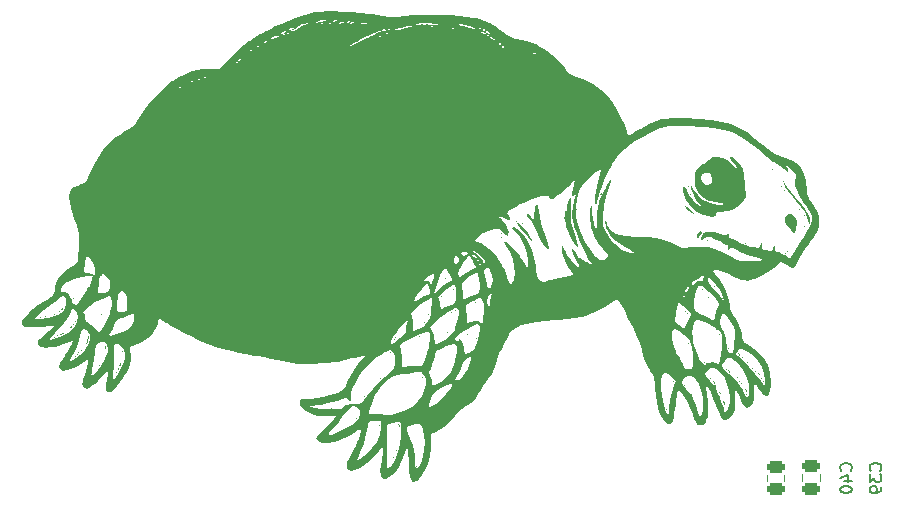
<source format=gbo>
G04 #@! TF.GenerationSoftware,KiCad,Pcbnew,8.0.1-rc1*
G04 #@! TF.CreationDate,2024-05-12T14:13:22-04:00*
G04 #@! TF.ProjectId,STM32_Play_Board,53544d33-325f-4506-9c61-795f426f6172,rev?*
G04 #@! TF.SameCoordinates,Original*
G04 #@! TF.FileFunction,Legend,Bot*
G04 #@! TF.FilePolarity,Positive*
%FSLAX46Y46*%
G04 Gerber Fmt 4.6, Leading zero omitted, Abs format (unit mm)*
G04 Created by KiCad (PCBNEW 8.0.1-rc1) date 2024-05-12 14:13:22*
%MOMM*%
%LPD*%
G01*
G04 APERTURE LIST*
G04 Aperture macros list*
%AMRoundRect*
0 Rectangle with rounded corners*
0 $1 Rounding radius*
0 $2 $3 $4 $5 $6 $7 $8 $9 X,Y pos of 4 corners*
0 Add a 4 corners polygon primitive as box body*
4,1,4,$2,$3,$4,$5,$6,$7,$8,$9,$2,$3,0*
0 Add four circle primitives for the rounded corners*
1,1,$1+$1,$2,$3*
1,1,$1+$1,$4,$5*
1,1,$1+$1,$6,$7*
1,1,$1+$1,$8,$9*
0 Add four rect primitives between the rounded corners*
20,1,$1+$1,$2,$3,$4,$5,0*
20,1,$1+$1,$4,$5,$6,$7,0*
20,1,$1+$1,$6,$7,$8,$9,0*
20,1,$1+$1,$8,$9,$2,$3,0*%
G04 Aperture macros list end*
%ADD10C,0.150000*%
%ADD11C,0.300000*%
%ADD12C,0.120000*%
%ADD13C,0.000000*%
%ADD14R,1.700000X1.700000*%
%ADD15O,1.700000X1.700000*%
%ADD16O,0.800000X0.800000*%
%ADD17O,1.800000X1.150000*%
%ADD18O,2.000000X1.450000*%
%ADD19C,1.500000*%
%ADD20RoundRect,0.250000X0.845000X-0.620000X0.845000X0.620000X-0.845000X0.620000X-0.845000X-0.620000X0*%
%ADD21O,2.190000X1.740000*%
%ADD22C,3.200000*%
%ADD23C,2.000000*%
%ADD24C,10.160000*%
%ADD25R,1.500000X1.500000*%
%ADD26RoundRect,0.250000X-0.475000X0.250000X-0.475000X-0.250000X0.475000X-0.250000X0.475000X0.250000X0*%
G04 APERTURE END LIST*
D10*
X171359580Y-113657142D02*
X171407200Y-113609523D01*
X171407200Y-113609523D02*
X171454819Y-113466666D01*
X171454819Y-113466666D02*
X171454819Y-113371428D01*
X171454819Y-113371428D02*
X171407200Y-113228571D01*
X171407200Y-113228571D02*
X171311961Y-113133333D01*
X171311961Y-113133333D02*
X171216723Y-113085714D01*
X171216723Y-113085714D02*
X171026247Y-113038095D01*
X171026247Y-113038095D02*
X170883390Y-113038095D01*
X170883390Y-113038095D02*
X170692914Y-113085714D01*
X170692914Y-113085714D02*
X170597676Y-113133333D01*
X170597676Y-113133333D02*
X170502438Y-113228571D01*
X170502438Y-113228571D02*
X170454819Y-113371428D01*
X170454819Y-113371428D02*
X170454819Y-113466666D01*
X170454819Y-113466666D02*
X170502438Y-113609523D01*
X170502438Y-113609523D02*
X170550057Y-113657142D01*
X170454819Y-113990476D02*
X170454819Y-114609523D01*
X170454819Y-114609523D02*
X170835771Y-114276190D01*
X170835771Y-114276190D02*
X170835771Y-114419047D01*
X170835771Y-114419047D02*
X170883390Y-114514285D01*
X170883390Y-114514285D02*
X170931009Y-114561904D01*
X170931009Y-114561904D02*
X171026247Y-114609523D01*
X171026247Y-114609523D02*
X171264342Y-114609523D01*
X171264342Y-114609523D02*
X171359580Y-114561904D01*
X171359580Y-114561904D02*
X171407200Y-114514285D01*
X171407200Y-114514285D02*
X171454819Y-114419047D01*
X171454819Y-114419047D02*
X171454819Y-114133333D01*
X171454819Y-114133333D02*
X171407200Y-114038095D01*
X171407200Y-114038095D02*
X171359580Y-113990476D01*
X171454819Y-115085714D02*
X171454819Y-115276190D01*
X171454819Y-115276190D02*
X171407200Y-115371428D01*
X171407200Y-115371428D02*
X171359580Y-115419047D01*
X171359580Y-115419047D02*
X171216723Y-115514285D01*
X171216723Y-115514285D02*
X171026247Y-115561904D01*
X171026247Y-115561904D02*
X170645295Y-115561904D01*
X170645295Y-115561904D02*
X170550057Y-115514285D01*
X170550057Y-115514285D02*
X170502438Y-115466666D01*
X170502438Y-115466666D02*
X170454819Y-115371428D01*
X170454819Y-115371428D02*
X170454819Y-115180952D01*
X170454819Y-115180952D02*
X170502438Y-115085714D01*
X170502438Y-115085714D02*
X170550057Y-115038095D01*
X170550057Y-115038095D02*
X170645295Y-114990476D01*
X170645295Y-114990476D02*
X170883390Y-114990476D01*
X170883390Y-114990476D02*
X170978628Y-115038095D01*
X170978628Y-115038095D02*
X171026247Y-115085714D01*
X171026247Y-115085714D02*
X171073866Y-115180952D01*
X171073866Y-115180952D02*
X171073866Y-115371428D01*
X171073866Y-115371428D02*
X171026247Y-115466666D01*
X171026247Y-115466666D02*
X170978628Y-115514285D01*
X170978628Y-115514285D02*
X170883390Y-115561904D01*
X168859580Y-113657142D02*
X168907200Y-113609523D01*
X168907200Y-113609523D02*
X168954819Y-113466666D01*
X168954819Y-113466666D02*
X168954819Y-113371428D01*
X168954819Y-113371428D02*
X168907200Y-113228571D01*
X168907200Y-113228571D02*
X168811961Y-113133333D01*
X168811961Y-113133333D02*
X168716723Y-113085714D01*
X168716723Y-113085714D02*
X168526247Y-113038095D01*
X168526247Y-113038095D02*
X168383390Y-113038095D01*
X168383390Y-113038095D02*
X168192914Y-113085714D01*
X168192914Y-113085714D02*
X168097676Y-113133333D01*
X168097676Y-113133333D02*
X168002438Y-113228571D01*
X168002438Y-113228571D02*
X167954819Y-113371428D01*
X167954819Y-113371428D02*
X167954819Y-113466666D01*
X167954819Y-113466666D02*
X168002438Y-113609523D01*
X168002438Y-113609523D02*
X168050057Y-113657142D01*
X168288152Y-114514285D02*
X168954819Y-114514285D01*
X167907200Y-114276190D02*
X168621485Y-114038095D01*
X168621485Y-114038095D02*
X168621485Y-114657142D01*
X167954819Y-115228571D02*
X167954819Y-115323809D01*
X167954819Y-115323809D02*
X168002438Y-115419047D01*
X168002438Y-115419047D02*
X168050057Y-115466666D01*
X168050057Y-115466666D02*
X168145295Y-115514285D01*
X168145295Y-115514285D02*
X168335771Y-115561904D01*
X168335771Y-115561904D02*
X168573866Y-115561904D01*
X168573866Y-115561904D02*
X168764342Y-115514285D01*
X168764342Y-115514285D02*
X168859580Y-115466666D01*
X168859580Y-115466666D02*
X168907200Y-115419047D01*
X168907200Y-115419047D02*
X168954819Y-115323809D01*
X168954819Y-115323809D02*
X168954819Y-115228571D01*
X168954819Y-115228571D02*
X168907200Y-115133333D01*
X168907200Y-115133333D02*
X168859580Y-115085714D01*
X168859580Y-115085714D02*
X168764342Y-115038095D01*
X168764342Y-115038095D02*
X168573866Y-114990476D01*
X168573866Y-114990476D02*
X168335771Y-114990476D01*
X168335771Y-114990476D02*
X168145295Y-115038095D01*
X168145295Y-115038095D02*
X168050057Y-115085714D01*
X168050057Y-115085714D02*
X168002438Y-115133333D01*
X168002438Y-115133333D02*
X167954819Y-115228571D01*
D11*
X133721427Y-93949757D02*
X133864285Y-93878328D01*
X133864285Y-93878328D02*
X134078570Y-93878328D01*
X134078570Y-93878328D02*
X134292856Y-93949757D01*
X134292856Y-93949757D02*
X134435713Y-94092614D01*
X134435713Y-94092614D02*
X134507142Y-94235471D01*
X134507142Y-94235471D02*
X134578570Y-94521185D01*
X134578570Y-94521185D02*
X134578570Y-94735471D01*
X134578570Y-94735471D02*
X134507142Y-95021185D01*
X134507142Y-95021185D02*
X134435713Y-95164042D01*
X134435713Y-95164042D02*
X134292856Y-95306900D01*
X134292856Y-95306900D02*
X134078570Y-95378328D01*
X134078570Y-95378328D02*
X133935713Y-95378328D01*
X133935713Y-95378328D02*
X133721427Y-95306900D01*
X133721427Y-95306900D02*
X133649999Y-95235471D01*
X133649999Y-95235471D02*
X133649999Y-94735471D01*
X133649999Y-94735471D02*
X133935713Y-94735471D01*
X132792856Y-93878328D02*
X132792856Y-94235471D01*
X133149999Y-94092614D02*
X132792856Y-94235471D01*
X132792856Y-94235471D02*
X132435713Y-94092614D01*
X133007142Y-94521185D02*
X132792856Y-94235471D01*
X132792856Y-94235471D02*
X132578570Y-94521185D01*
X131649999Y-93878328D02*
X131649999Y-94235471D01*
X132007142Y-94092614D02*
X131649999Y-94235471D01*
X131649999Y-94235471D02*
X131292856Y-94092614D01*
X131864285Y-94521185D02*
X131649999Y-94235471D01*
X131649999Y-94235471D02*
X131435713Y-94521185D01*
X130507142Y-93878328D02*
X130507142Y-94235471D01*
X130864285Y-94092614D02*
X130507142Y-94235471D01*
X130507142Y-94235471D02*
X130149999Y-94092614D01*
X130721428Y-94521185D02*
X130507142Y-94235471D01*
X130507142Y-94235471D02*
X130292856Y-94521185D01*
D12*
G04 #@! TO.C,C39*
X161755000Y-114561252D02*
X161755000Y-114038748D01*
X163225000Y-114561252D02*
X163225000Y-114038748D01*
G04 #@! TO.C,C40*
X164765000Y-114511252D02*
X164765000Y-113988748D01*
X166235000Y-114511252D02*
X166235000Y-113988748D01*
D13*
G04 #@! TO.C,G\u002A\u002A\u002A*
G36*
X101496666Y-100415000D02*
G01*
X101454333Y-100457333D01*
X101412000Y-100415000D01*
X101454333Y-100372666D01*
X101496666Y-100415000D01*
G37*
G36*
X101496666Y-102362333D02*
G01*
X101454333Y-102404666D01*
X101412000Y-102362333D01*
X101454333Y-102320000D01*
X101496666Y-102362333D01*
G37*
G36*
X101750666Y-102193000D02*
G01*
X101708333Y-102235333D01*
X101666000Y-102193000D01*
X101708333Y-102150666D01*
X101750666Y-102193000D01*
G37*
G36*
X101920000Y-100161000D02*
G01*
X101877666Y-100203333D01*
X101835333Y-100161000D01*
X101877666Y-100118666D01*
X101920000Y-100161000D01*
G37*
G36*
X103105333Y-99060333D02*
G01*
X103063000Y-99102666D01*
X103020666Y-99060333D01*
X103063000Y-99018000D01*
X103105333Y-99060333D01*
G37*
G36*
X103105333Y-101261666D02*
G01*
X103063000Y-101304000D01*
X103020666Y-101261666D01*
X103063000Y-101219333D01*
X103105333Y-101261666D01*
G37*
G36*
X103274666Y-101007666D02*
G01*
X103232333Y-101050000D01*
X103190000Y-101007666D01*
X103232333Y-100965333D01*
X103274666Y-101007666D01*
G37*
G36*
X103274666Y-103971000D02*
G01*
X103232333Y-104013333D01*
X103190000Y-103971000D01*
X103232333Y-103928666D01*
X103274666Y-103971000D01*
G37*
G36*
X103444000Y-103801666D02*
G01*
X103401666Y-103844000D01*
X103359333Y-103801666D01*
X103401666Y-103759333D01*
X103444000Y-103801666D01*
G37*
G36*
X103528666Y-103632333D02*
G01*
X103486333Y-103674666D01*
X103444000Y-103632333D01*
X103486333Y-103590000D01*
X103528666Y-103632333D01*
G37*
G36*
X103782666Y-103463000D02*
G01*
X103740333Y-103505333D01*
X103698000Y-103463000D01*
X103740333Y-103420666D01*
X103782666Y-103463000D01*
G37*
G36*
X105476000Y-100415000D02*
G01*
X105433666Y-100457333D01*
X105391333Y-100415000D01*
X105433666Y-100372666D01*
X105476000Y-100415000D01*
G37*
G36*
X106746000Y-105325666D02*
G01*
X106703666Y-105368000D01*
X106661333Y-105325666D01*
X106703666Y-105283333D01*
X106746000Y-105325666D01*
G37*
G36*
X124949333Y-108373666D02*
G01*
X124907000Y-108416000D01*
X124864666Y-108373666D01*
X124907000Y-108331333D01*
X124949333Y-108373666D01*
G37*
G36*
X127066000Y-109220333D02*
G01*
X127023666Y-109262666D01*
X126981333Y-109220333D01*
X127023666Y-109178000D01*
X127066000Y-109220333D01*
G37*
G36*
X127743333Y-107357666D02*
G01*
X127701000Y-107400000D01*
X127658666Y-107357666D01*
X127701000Y-107315333D01*
X127743333Y-107357666D01*
G37*
G36*
X129013333Y-109813000D02*
G01*
X128971000Y-109855333D01*
X128928666Y-109813000D01*
X128971000Y-109770666D01*
X129013333Y-109813000D01*
G37*
G36*
X129098000Y-105833666D02*
G01*
X129055666Y-105876000D01*
X129013333Y-105833666D01*
X129055666Y-105791333D01*
X129098000Y-105833666D01*
G37*
G36*
X129944666Y-103632333D02*
G01*
X129902333Y-103674666D01*
X129860000Y-103632333D01*
X129902333Y-103590000D01*
X129944666Y-103632333D01*
G37*
G36*
X130198666Y-112522333D02*
G01*
X130156333Y-112564666D01*
X130114000Y-112522333D01*
X130156333Y-112480000D01*
X130198666Y-112522333D01*
G37*
G36*
X130283333Y-102531666D02*
G01*
X130241000Y-102574000D01*
X130198666Y-102531666D01*
X130241000Y-102489333D01*
X130283333Y-102531666D01*
G37*
G36*
X130368000Y-102362333D02*
G01*
X130325666Y-102404666D01*
X130283333Y-102362333D01*
X130325666Y-102320000D01*
X130368000Y-102362333D01*
G37*
G36*
X130452666Y-111929666D02*
G01*
X130410333Y-111972000D01*
X130368000Y-111929666D01*
X130410333Y-111887333D01*
X130452666Y-111929666D01*
G37*
G36*
X132146000Y-113284333D02*
G01*
X132103666Y-113326666D01*
X132061333Y-113284333D01*
X132103666Y-113242000D01*
X132146000Y-113284333D01*
G37*
G36*
X132400000Y-102277666D02*
G01*
X132357666Y-102320000D01*
X132315333Y-102277666D01*
X132357666Y-102235333D01*
X132400000Y-102277666D01*
G37*
G36*
X132654000Y-105749000D02*
G01*
X132611666Y-105791333D01*
X132569333Y-105749000D01*
X132611666Y-105706666D01*
X132654000Y-105749000D01*
G37*
G36*
X133162000Y-100415000D02*
G01*
X133119666Y-100457333D01*
X133077333Y-100415000D01*
X133119666Y-100372666D01*
X133162000Y-100415000D01*
G37*
G36*
X134262666Y-98891000D02*
G01*
X134220333Y-98933333D01*
X134178000Y-98891000D01*
X134220333Y-98848666D01*
X134262666Y-98891000D01*
G37*
G36*
X134601333Y-97367000D02*
G01*
X134559000Y-97409333D01*
X134516666Y-97367000D01*
X134559000Y-97324666D01*
X134601333Y-97367000D01*
G37*
G36*
X134770666Y-101939000D02*
G01*
X134728333Y-101981333D01*
X134686000Y-101939000D01*
X134728333Y-101896666D01*
X134770666Y-101939000D01*
G37*
G36*
X135109333Y-100245666D02*
G01*
X135067000Y-100288000D01*
X135024666Y-100245666D01*
X135067000Y-100203333D01*
X135109333Y-100245666D01*
G37*
G36*
X135278666Y-98298333D02*
G01*
X135236333Y-98340666D01*
X135194000Y-98298333D01*
X135236333Y-98256000D01*
X135278666Y-98298333D01*
G37*
G36*
X135448000Y-100076333D02*
G01*
X135405666Y-100118666D01*
X135363333Y-100076333D01*
X135405666Y-100034000D01*
X135448000Y-100076333D01*
G37*
G36*
X136464000Y-102108333D02*
G01*
X136421666Y-102150666D01*
X136379333Y-102108333D01*
X136421666Y-102066000D01*
X136464000Y-102108333D01*
G37*
G36*
X137141333Y-99399000D02*
G01*
X137099000Y-99441333D01*
X137056666Y-99399000D01*
X137099000Y-99356666D01*
X137141333Y-99399000D01*
G37*
G36*
X137226000Y-102447000D02*
G01*
X137183666Y-102489333D01*
X137141333Y-102447000D01*
X137183666Y-102404666D01*
X137226000Y-102447000D01*
G37*
G36*
X139342666Y-93557000D02*
G01*
X139300333Y-93599333D01*
X139258000Y-93557000D01*
X139300333Y-93514666D01*
X139342666Y-93557000D01*
G37*
G36*
X139342666Y-93895666D02*
G01*
X139300333Y-93938000D01*
X139258000Y-93895666D01*
X139300333Y-93853333D01*
X139342666Y-93895666D01*
G37*
G36*
X140612666Y-92541000D02*
G01*
X140570333Y-92583333D01*
X140528000Y-92541000D01*
X140570333Y-92498666D01*
X140612666Y-92541000D01*
G37*
G36*
X141120666Y-92710333D02*
G01*
X141078333Y-92752666D01*
X141036000Y-92710333D01*
X141078333Y-92668000D01*
X141120666Y-92710333D01*
G37*
G36*
X145692666Y-91525000D02*
G01*
X145650333Y-91567333D01*
X145608000Y-91525000D01*
X145650333Y-91482666D01*
X145692666Y-91525000D01*
G37*
G36*
X153312666Y-108458333D02*
G01*
X153270333Y-108500666D01*
X153228000Y-108458333D01*
X153270333Y-108416000D01*
X153312666Y-108458333D01*
G37*
G36*
X153905333Y-106087666D02*
G01*
X153863000Y-106130000D01*
X153820666Y-106087666D01*
X153863000Y-106045333D01*
X153905333Y-106087666D01*
G37*
G36*
X154836666Y-106426333D02*
G01*
X154794333Y-106468666D01*
X154752000Y-106426333D01*
X154794333Y-106384000D01*
X154836666Y-106426333D01*
G37*
G36*
X154921333Y-100161000D02*
G01*
X154879000Y-100203333D01*
X154836666Y-100161000D01*
X154879000Y-100118666D01*
X154921333Y-100161000D01*
G37*
G36*
X155090666Y-100330333D02*
G01*
X155048333Y-100372666D01*
X155006000Y-100330333D01*
X155048333Y-100288000D01*
X155090666Y-100330333D01*
G37*
G36*
X155175333Y-89577666D02*
G01*
X155133000Y-89620000D01*
X155090666Y-89577666D01*
X155133000Y-89535333D01*
X155175333Y-89577666D01*
G37*
G36*
X155175333Y-102870333D02*
G01*
X155133000Y-102912666D01*
X155090666Y-102870333D01*
X155133000Y-102828000D01*
X155175333Y-102870333D01*
G37*
G36*
X155344666Y-90255000D02*
G01*
X155302333Y-90297333D01*
X155260000Y-90255000D01*
X155302333Y-90212666D01*
X155344666Y-90255000D01*
G37*
G36*
X156360666Y-98298333D02*
G01*
X156318333Y-98340666D01*
X156276000Y-98298333D01*
X156318333Y-98256000D01*
X156360666Y-98298333D01*
G37*
G36*
X156784000Y-94149666D02*
G01*
X156741666Y-94192000D01*
X156699333Y-94149666D01*
X156741666Y-94107333D01*
X156784000Y-94149666D01*
G37*
G36*
X156868666Y-98975666D02*
G01*
X156826333Y-99018000D01*
X156784000Y-98975666D01*
X156826333Y-98933333D01*
X156868666Y-98975666D01*
G37*
G36*
X157038000Y-105833666D02*
G01*
X156995666Y-105876000D01*
X156953333Y-105833666D01*
X156995666Y-105791333D01*
X157038000Y-105833666D01*
G37*
G36*
X157376666Y-98044333D02*
G01*
X157334333Y-98086666D01*
X157292000Y-98044333D01*
X157334333Y-98002000D01*
X157376666Y-98044333D01*
G37*
G36*
X157800000Y-102108333D02*
G01*
X157757666Y-102150666D01*
X157715333Y-102108333D01*
X157757666Y-102066000D01*
X157800000Y-102108333D01*
G37*
G36*
X158392666Y-105071666D02*
G01*
X158350333Y-105114000D01*
X158308000Y-105071666D01*
X158350333Y-105029333D01*
X158392666Y-105071666D01*
G37*
G36*
X158562000Y-103293666D02*
G01*
X158519666Y-103336000D01*
X158477333Y-103293666D01*
X158519666Y-103251333D01*
X158562000Y-103293666D01*
G37*
G36*
X159493333Y-106087666D02*
G01*
X159451000Y-106130000D01*
X159408666Y-106087666D01*
X159451000Y-106045333D01*
X159493333Y-106087666D01*
G37*
G36*
X159747333Y-104055666D02*
G01*
X159705000Y-104098000D01*
X159662666Y-104055666D01*
X159705000Y-104013333D01*
X159747333Y-104055666D01*
G37*
G36*
X160001333Y-94403666D02*
G01*
X159959000Y-94446000D01*
X159916666Y-94403666D01*
X159959000Y-94361333D01*
X160001333Y-94403666D01*
G37*
G36*
X160086000Y-107188333D02*
G01*
X160043666Y-107230666D01*
X160001333Y-107188333D01*
X160043666Y-107146000D01*
X160086000Y-107188333D01*
G37*
G36*
X160170666Y-104479000D02*
G01*
X160128333Y-104521333D01*
X160086000Y-104479000D01*
X160128333Y-104436666D01*
X160170666Y-104479000D01*
G37*
G36*
X161356000Y-105833666D02*
G01*
X161313666Y-105876000D01*
X161271333Y-105833666D01*
X161313666Y-105791333D01*
X161356000Y-105833666D01*
G37*
G36*
X161525333Y-106087666D02*
G01*
X161483000Y-106130000D01*
X161440666Y-106087666D01*
X161483000Y-106045333D01*
X161525333Y-106087666D01*
G37*
G36*
X162287333Y-88138333D02*
G01*
X162245000Y-88180666D01*
X162202666Y-88138333D01*
X162245000Y-88096000D01*
X162287333Y-88138333D01*
G37*
G36*
X163049333Y-89577666D02*
G01*
X163007000Y-89620000D01*
X162964666Y-89577666D01*
X163007000Y-89535333D01*
X163049333Y-89577666D01*
G37*
G36*
X163303333Y-89916333D02*
G01*
X163261000Y-89958666D01*
X163218666Y-89916333D01*
X163261000Y-89874000D01*
X163303333Y-89916333D01*
G37*
G36*
X163388000Y-95250333D02*
G01*
X163345666Y-95292666D01*
X163303333Y-95250333D01*
X163345666Y-95208000D01*
X163388000Y-95250333D01*
G37*
G36*
X163557333Y-95081000D02*
G01*
X163515000Y-95123333D01*
X163472666Y-95081000D01*
X163515000Y-95038666D01*
X163557333Y-95081000D01*
G37*
G36*
X164573333Y-91525000D02*
G01*
X164531000Y-91567333D01*
X164488666Y-91525000D01*
X164531000Y-91482666D01*
X164573333Y-91525000D01*
G37*
G36*
X164996666Y-92033000D02*
G01*
X164954333Y-92075333D01*
X164912000Y-92033000D01*
X164954333Y-91990666D01*
X164996666Y-92033000D01*
G37*
G36*
X164996666Y-92964333D02*
G01*
X164954333Y-93006666D01*
X164912000Y-92964333D01*
X164954333Y-92922000D01*
X164996666Y-92964333D01*
G37*
G36*
X100283111Y-100654888D02*
G01*
X100296357Y-100680355D01*
X100226666Y-100711333D01*
X100181844Y-100705223D01*
X100170222Y-100654888D01*
X100182631Y-100644755D01*
X100283111Y-100654888D01*
G37*
G36*
X100706444Y-100570222D02*
G01*
X100719690Y-100595688D01*
X100650000Y-100626666D01*
X100605178Y-100620556D01*
X100593555Y-100570222D01*
X100605965Y-100560089D01*
X100706444Y-100570222D01*
G37*
G36*
X102682000Y-101727333D02*
G01*
X102675890Y-101772155D01*
X102625555Y-101783777D01*
X102615422Y-101771368D01*
X102625555Y-101670888D01*
X102651022Y-101657643D01*
X102682000Y-101727333D01*
G37*
G36*
X103952000Y-103251333D02*
G01*
X103945890Y-103296155D01*
X103895555Y-103307777D01*
X103885422Y-103295368D01*
X103895555Y-103194888D01*
X103921022Y-103181643D01*
X103952000Y-103251333D01*
G37*
G36*
X105278444Y-104718888D02*
G01*
X105291690Y-104744355D01*
X105222000Y-104775333D01*
X105177178Y-104769223D01*
X105165555Y-104718888D01*
X105177965Y-104708755D01*
X105278444Y-104718888D01*
G37*
G36*
X105730000Y-103844000D02*
G01*
X105723890Y-103888822D01*
X105673555Y-103900444D01*
X105663422Y-103888035D01*
X105673555Y-103787555D01*
X105699022Y-103774309D01*
X105730000Y-103844000D01*
G37*
G36*
X107169333Y-104352000D02*
G01*
X107163223Y-104396822D01*
X107112889Y-104408444D01*
X107102756Y-104396035D01*
X107112889Y-104295555D01*
X107138355Y-104282309D01*
X107169333Y-104352000D01*
G37*
G36*
X130029333Y-112818666D02*
G01*
X130023223Y-112863488D01*
X129972889Y-112875111D01*
X129962756Y-112862701D01*
X129972889Y-112762222D01*
X129998355Y-112748976D01*
X130029333Y-112818666D01*
G37*
G36*
X132585208Y-75846163D02*
G01*
X132624398Y-75876638D01*
X132534055Y-75897315D01*
X132448181Y-75891329D01*
X132422930Y-75852847D01*
X132452884Y-75836069D01*
X132585208Y-75846163D01*
G37*
G36*
X132795111Y-101078222D02*
G01*
X132808357Y-101103688D01*
X132738666Y-101134666D01*
X132693844Y-101128556D01*
X132682222Y-101078222D01*
X132694631Y-101068089D01*
X132795111Y-101078222D01*
G37*
G36*
X133008541Y-75846163D02*
G01*
X133047731Y-75876638D01*
X132957389Y-75897315D01*
X132871515Y-75891329D01*
X132846264Y-75852847D01*
X132876218Y-75836069D01*
X133008541Y-75846163D01*
G37*
G36*
X154752000Y-106214666D02*
G01*
X154745890Y-106259488D01*
X154695555Y-106271111D01*
X154685422Y-106258701D01*
X154695555Y-106158222D01*
X154721022Y-106144976D01*
X154752000Y-106214666D01*
G37*
G36*
X155768000Y-99695333D02*
G01*
X155761890Y-99740155D01*
X155711555Y-99751777D01*
X155701422Y-99739368D01*
X155711555Y-99638888D01*
X155737022Y-99625643D01*
X155768000Y-99695333D01*
G37*
G36*
X156501778Y-104464888D02*
G01*
X156515023Y-104490355D01*
X156445333Y-104521333D01*
X156400511Y-104515223D01*
X156388889Y-104464888D01*
X156401298Y-104454755D01*
X156501778Y-104464888D01*
G37*
G36*
X156784000Y-105452666D02*
G01*
X156777890Y-105497488D01*
X156727555Y-105509111D01*
X156717422Y-105496701D01*
X156727555Y-105396222D01*
X156753022Y-105382976D01*
X156784000Y-105452666D01*
G37*
G36*
X157630666Y-106638000D02*
G01*
X157624556Y-106682822D01*
X157574222Y-106694444D01*
X157564089Y-106682035D01*
X157574222Y-106581555D01*
X157599688Y-106568309D01*
X157630666Y-106638000D01*
G37*
G36*
X158054000Y-107484666D02*
G01*
X158047890Y-107529488D01*
X157997555Y-107541111D01*
X157987422Y-107528701D01*
X157997555Y-107428222D01*
X158023022Y-107414976D01*
X158054000Y-107484666D01*
G37*
G36*
X158138666Y-104775333D02*
G01*
X158132556Y-104820155D01*
X158082222Y-104831777D01*
X158072089Y-104819368D01*
X158082222Y-104718888D01*
X158107688Y-104705643D01*
X158138666Y-104775333D01*
G37*
G36*
X159295778Y-105734888D02*
G01*
X159309023Y-105760355D01*
X159239333Y-105791333D01*
X159194511Y-105785223D01*
X159182889Y-105734888D01*
X159195298Y-105724755D01*
X159295778Y-105734888D01*
G37*
G36*
X159655982Y-106249944D02*
G01*
X159649996Y-106335818D01*
X159611514Y-106361069D01*
X159594736Y-106331115D01*
X159604830Y-106198791D01*
X159635305Y-106159602D01*
X159655982Y-106249944D01*
G37*
G36*
X159832000Y-106468666D02*
G01*
X159825890Y-106513488D01*
X159775555Y-106525111D01*
X159765422Y-106512701D01*
X159775555Y-106412222D01*
X159801022Y-106398976D01*
X159832000Y-106468666D01*
G37*
G36*
X102126223Y-99974151D02*
G01*
X102083999Y-100053165D01*
X102021018Y-100078573D01*
X102011950Y-100037763D01*
X102078827Y-99926755D01*
X102089978Y-99915816D01*
X102152001Y-99875236D01*
X102126223Y-99974151D01*
G37*
G36*
X106902506Y-104997554D02*
G01*
X106876481Y-105108367D01*
X106836661Y-105164160D01*
X106779785Y-105187315D01*
X106801450Y-105068015D01*
X106833245Y-105006283D01*
X106891938Y-104977715D01*
X106902506Y-104997554D01*
G37*
G36*
X130591817Y-109726837D02*
G01*
X130658890Y-109830515D01*
X130664917Y-109846577D01*
X130682682Y-109931415D01*
X130611494Y-109877911D01*
X130563182Y-109815658D01*
X130553685Y-109726092D01*
X130591817Y-109726837D01*
G37*
G36*
X147775085Y-90199584D02*
G01*
X147763836Y-90216820D01*
X147680181Y-90294795D01*
X147640000Y-90259996D01*
X147647568Y-90240953D01*
X147737748Y-90162248D01*
X147785064Y-90141647D01*
X147775085Y-90199584D01*
G37*
G36*
X157822757Y-107054546D02*
G01*
X157825072Y-107063502D01*
X157841213Y-107187576D01*
X157785738Y-107165604D01*
X157752000Y-107118458D01*
X157733303Y-106965091D01*
X157772546Y-106941057D01*
X157822757Y-107054546D01*
G37*
G36*
X158531817Y-105154837D02*
G01*
X158598890Y-105258515D01*
X158604917Y-105274577D01*
X158622682Y-105359415D01*
X158551494Y-105305911D01*
X158503182Y-105243658D01*
X158493685Y-105154092D01*
X158531817Y-105154837D01*
G37*
G36*
X159378484Y-103715503D02*
G01*
X159445556Y-103819181D01*
X159451584Y-103835244D01*
X159469348Y-103920082D01*
X159398160Y-103866577D01*
X159349848Y-103804324D01*
X159340351Y-103714759D01*
X159378484Y-103715503D01*
G37*
G36*
X161098817Y-105422933D02*
G01*
X161189697Y-105551248D01*
X161245577Y-105664249D01*
X161242938Y-105696940D01*
X161138097Y-105602849D01*
X161050256Y-105493891D01*
X161036680Y-105405097D01*
X161098817Y-105422933D01*
G37*
G36*
X102241769Y-101998912D02*
G01*
X102174000Y-102066000D01*
X102101472Y-102105917D01*
X101962333Y-102148073D01*
X101936897Y-102133087D01*
X102004666Y-102066000D01*
X102077194Y-102026082D01*
X102216333Y-101983926D01*
X102241769Y-101998912D01*
G37*
G36*
X102936000Y-101468336D02*
G01*
X102932746Y-101492912D01*
X102851333Y-101558000D01*
X102832172Y-101557029D01*
X102766666Y-101520663D01*
X102770563Y-101507082D01*
X102851333Y-101431000D01*
X102884130Y-101417770D01*
X102936000Y-101468336D01*
G37*
G36*
X107060327Y-104582991D02*
G01*
X107033867Y-104724533D01*
X106996402Y-104796455D01*
X106936747Y-104824969D01*
X106922739Y-104781408D01*
X106949200Y-104639866D01*
X106986665Y-104567944D01*
X107046319Y-104539430D01*
X107060327Y-104582991D01*
G37*
G36*
X107169333Y-103420666D02*
G01*
X107209251Y-103493194D01*
X107251407Y-103632333D01*
X107236421Y-103657769D01*
X107169333Y-103590000D01*
X107129416Y-103517472D01*
X107087259Y-103378333D01*
X107102246Y-103352897D01*
X107169333Y-103420666D01*
G37*
G36*
X160471892Y-104863809D02*
G01*
X160551666Y-104944666D01*
X160567437Y-104974643D01*
X160561660Y-105029333D01*
X160546774Y-105025523D01*
X160467000Y-104944666D01*
X160451230Y-104914690D01*
X160457006Y-104860000D01*
X160471892Y-104863809D01*
G37*
G36*
X160725892Y-105117809D02*
G01*
X160805666Y-105198666D01*
X160821437Y-105228643D01*
X160815660Y-105283333D01*
X160800774Y-105279523D01*
X160721000Y-105198666D01*
X160705230Y-105168690D01*
X160711006Y-105114000D01*
X160725892Y-105117809D01*
G37*
G36*
X105789310Y-103123534D02*
G01*
X105814666Y-103298663D01*
X105813011Y-103374554D01*
X105791536Y-103493375D01*
X105754234Y-103452184D01*
X105712596Y-103255804D01*
X105711117Y-103245347D01*
X105707572Y-103089326D01*
X105745320Y-103049134D01*
X105789310Y-103123534D01*
G37*
G36*
X157228500Y-106034533D02*
G01*
X157316684Y-106121172D01*
X157376666Y-106239144D01*
X157375517Y-106264449D01*
X157352709Y-106292277D01*
X157308546Y-106230399D01*
X157204542Y-106087666D01*
X157143383Y-106002390D01*
X157129476Y-105962388D01*
X157228500Y-106034533D01*
G37*
G36*
X158113432Y-107731016D02*
G01*
X158171661Y-107950333D01*
X158187583Y-108026876D01*
X158193034Y-108125126D01*
X158142535Y-108077333D01*
X158100736Y-107995358D01*
X158055296Y-107788055D01*
X158055544Y-107751116D01*
X158072952Y-107662136D01*
X158113432Y-107731016D01*
G37*
G36*
X159963211Y-106760015D02*
G01*
X160039947Y-106878946D01*
X160086000Y-106997845D01*
X160079221Y-107037335D01*
X160025993Y-107035870D01*
X159950220Y-106939482D01*
X159888764Y-106787486D01*
X159864430Y-106684750D01*
X159874890Y-106649881D01*
X159963211Y-106760015D01*
G37*
G36*
X104339621Y-102273415D02*
G01*
X104324020Y-102418164D01*
X104275273Y-102643272D01*
X104246901Y-102747052D01*
X104187419Y-102916426D01*
X104147031Y-102966587D01*
X104140680Y-102943693D01*
X104155327Y-102798329D01*
X104206000Y-102574000D01*
X104234771Y-102473569D01*
X104295320Y-102303222D01*
X104334241Y-102250685D01*
X104339621Y-102273415D01*
G37*
G36*
X156223395Y-93429234D02*
G01*
X156265826Y-93515782D01*
X156170166Y-93608813D01*
X156088236Y-93675661D01*
X156022000Y-93815207D01*
X156013690Y-93869647D01*
X155942330Y-93938000D01*
X155836516Y-93896851D01*
X155831290Y-93763193D01*
X155949382Y-93560913D01*
X155998280Y-93501684D01*
X156126259Y-93398325D01*
X156223395Y-93429234D01*
G37*
G36*
X155008104Y-91301112D02*
G01*
X155217666Y-91491853D01*
X155396053Y-91664855D01*
X155542467Y-91813626D01*
X155598666Y-91880484D01*
X155569756Y-91907836D01*
X155424379Y-91851865D01*
X155158717Y-91682818D01*
X155086152Y-91628852D01*
X154905779Y-91448310D01*
X154836666Y-91294187D01*
X154842175Y-91244774D01*
X154890597Y-91222725D01*
X155008104Y-91301112D01*
G37*
G36*
X140707508Y-92677637D02*
G01*
X140886459Y-92790463D01*
X141108330Y-93001513D01*
X141343654Y-93274756D01*
X141562960Y-93574161D01*
X141736780Y-93863697D01*
X141835644Y-94107333D01*
X141849120Y-94164913D01*
X141852585Y-94239268D01*
X141793892Y-94196975D01*
X141652472Y-94029267D01*
X141499454Y-93847343D01*
X141261689Y-93575336D01*
X141014833Y-93301419D01*
X140851730Y-93115610D01*
X140673110Y-92875681D01*
X140606216Y-92722106D01*
X140658428Y-92668000D01*
X140707508Y-92677637D01*
G37*
G36*
X163788782Y-91956955D02*
G01*
X164039284Y-92110865D01*
X164134585Y-92206390D01*
X164225921Y-92349684D01*
X164263879Y-92539408D01*
X164267696Y-92836683D01*
X164254733Y-93051443D01*
X164209999Y-93318422D01*
X164145150Y-93478176D01*
X164103115Y-93526465D01*
X164018931Y-93567095D01*
X163923558Y-93466445D01*
X163911448Y-93450157D01*
X163772269Y-93277004D01*
X163598434Y-93074976D01*
X163403866Y-92819579D01*
X163273791Y-92497772D01*
X163302434Y-92204698D01*
X163366457Y-92084915D01*
X163552963Y-91949775D01*
X163788782Y-91956955D01*
G37*
G36*
X163306331Y-89366000D02*
G01*
X163494929Y-89637464D01*
X163803166Y-90032370D01*
X164168470Y-90463845D01*
X164555132Y-90888357D01*
X164766228Y-91141987D01*
X165015146Y-91518878D01*
X165223573Y-91916298D01*
X165366770Y-92285883D01*
X165420000Y-92579268D01*
X165419883Y-92594781D01*
X165394760Y-92761307D01*
X165335333Y-92795000D01*
X165283354Y-92721105D01*
X165250666Y-92545681D01*
X165238944Y-92430311D01*
X165142259Y-92154454D01*
X164941188Y-91807376D01*
X164627654Y-91376105D01*
X164193579Y-90847666D01*
X163934968Y-90537760D01*
X163547576Y-90030036D01*
X163293467Y-89625198D01*
X163172922Y-89323666D01*
X163118337Y-89069666D01*
X163306331Y-89366000D01*
G37*
G36*
X142301056Y-91059371D02*
G01*
X142340687Y-91139771D01*
X142381460Y-91344763D01*
X142414666Y-91630833D01*
X142420392Y-91689066D01*
X142500074Y-92139630D01*
X142655205Y-92731923D01*
X142886608Y-93468814D01*
X143195106Y-94353177D01*
X143231672Y-94465380D01*
X143282940Y-94702256D01*
X143280316Y-94855837D01*
X143270279Y-94877461D01*
X143179511Y-94909665D01*
X143034036Y-94783743D01*
X142834903Y-94501145D01*
X142583159Y-94063322D01*
X142279855Y-93471726D01*
X142206463Y-93324081D01*
X142006022Y-92935454D01*
X141826373Y-92607118D01*
X141684807Y-92369957D01*
X141598615Y-92254859D01*
X141578790Y-92237274D01*
X141480944Y-92094148D01*
X141465839Y-91963266D01*
X141543221Y-91906000D01*
X141567619Y-91913914D01*
X141680563Y-92017014D01*
X141818388Y-92201285D01*
X141865211Y-92271710D01*
X141984152Y-92432809D01*
X142052000Y-92497671D01*
X142065188Y-92470282D01*
X142074232Y-92319018D01*
X142065267Y-92079424D01*
X142062238Y-91903048D01*
X142088877Y-91605727D01*
X142144783Y-91334088D01*
X142218929Y-91136000D01*
X142300286Y-91059333D01*
X142301056Y-91059371D01*
G37*
G36*
X145177619Y-90584726D02*
G01*
X145196844Y-90720666D01*
X145186671Y-90814626D01*
X145175285Y-91053304D01*
X145166715Y-91388319D01*
X145162287Y-91779000D01*
X145162046Y-91841531D01*
X145166457Y-92255231D01*
X145189158Y-92581257D01*
X145240210Y-92881252D01*
X145329674Y-93216857D01*
X145467609Y-93649715D01*
X145583445Y-94005088D01*
X145684113Y-94322256D01*
X145752266Y-94546728D01*
X145777333Y-94644549D01*
X145758823Y-94705398D01*
X145678258Y-94683352D01*
X145551956Y-94558136D01*
X145399851Y-94356913D01*
X145241874Y-94106849D01*
X145097958Y-93835107D01*
X144988034Y-93568853D01*
X144970440Y-93517091D01*
X144862866Y-93204110D01*
X144764342Y-92922000D01*
X144721100Y-92796772D01*
X144628617Y-92478385D01*
X144602901Y-92258904D01*
X144637745Y-92097912D01*
X144666956Y-92006532D01*
X144684357Y-91800166D01*
X144688309Y-91720423D01*
X144753354Y-91652000D01*
X144787201Y-91641442D01*
X144800046Y-91546095D01*
X144794649Y-91439954D01*
X144833069Y-91234472D01*
X144904420Y-90992382D01*
X144991328Y-90764171D01*
X145076424Y-90600325D01*
X145142333Y-90551333D01*
X145177619Y-90584726D01*
G37*
G36*
X159798739Y-88475403D02*
G01*
X159839085Y-88830687D01*
X159842925Y-88901768D01*
X159859655Y-89211424D01*
X159863697Y-89348417D01*
X159882010Y-89666176D01*
X159908355Y-89900605D01*
X159938480Y-90008702D01*
X159942554Y-90013374D01*
X159984202Y-90144549D01*
X160001333Y-90357130D01*
X159985789Y-90484393D01*
X159843668Y-90783684D01*
X159578429Y-91076810D01*
X159221065Y-91342875D01*
X158802573Y-91560980D01*
X158353948Y-91710229D01*
X157906184Y-91769723D01*
X157829547Y-91771428D01*
X157563903Y-91789012D01*
X157435721Y-91827186D01*
X157419108Y-91892473D01*
X157431810Y-91941648D01*
X157414278Y-92082973D01*
X157323818Y-92145240D01*
X157101086Y-92169022D01*
X156800732Y-92132780D01*
X156465042Y-92045461D01*
X156136303Y-91916015D01*
X155856801Y-91753389D01*
X155532925Y-91479104D01*
X155199043Y-91111807D01*
X154922062Y-90717854D01*
X154721380Y-90329626D01*
X154616399Y-89979506D01*
X154626520Y-89699877D01*
X154670073Y-89618056D01*
X154767906Y-89600267D01*
X154874001Y-89712620D01*
X154960989Y-89935808D01*
X154971833Y-89975306D01*
X155150667Y-90347292D01*
X155453568Y-90729554D01*
X155846844Y-91085685D01*
X156296799Y-91379273D01*
X156426140Y-91445236D01*
X156502053Y-91472368D01*
X156445376Y-91421607D01*
X156278827Y-91298115D01*
X155922777Y-90973786D01*
X155669128Y-90618470D01*
X155473776Y-90175608D01*
X155458677Y-90132910D01*
X155368130Y-89849277D01*
X155316895Y-89637473D01*
X155315705Y-89540608D01*
X155342172Y-89530726D01*
X155406409Y-89601121D01*
X155414996Y-89622202D01*
X155528170Y-89806765D01*
X155717583Y-90054531D01*
X155943824Y-90319043D01*
X156167484Y-90553841D01*
X156349151Y-90712467D01*
X156618191Y-90874225D01*
X157180002Y-91073132D01*
X157789478Y-91133832D01*
X158265666Y-91123664D01*
X157884666Y-91045063D01*
X157761191Y-91019494D01*
X157405888Y-90945337D01*
X157058391Y-90872188D01*
X156886363Y-90824659D01*
X156450999Y-90612106D01*
X156069977Y-90303007D01*
X155800594Y-89939833D01*
X155742570Y-89766740D01*
X155689731Y-89445732D01*
X155662319Y-89064310D01*
X155663272Y-88868811D01*
X156190516Y-88868811D01*
X156245266Y-89133020D01*
X156387290Y-89351241D01*
X156399082Y-89362239D01*
X156599725Y-89506832D01*
X156767308Y-89507638D01*
X156953333Y-89366000D01*
X157066392Y-89197531D01*
X157118239Y-88901768D01*
X157035021Y-88598433D01*
X156930536Y-88501432D01*
X156714541Y-88437550D01*
X156476635Y-88447036D01*
X156292933Y-88536266D01*
X156231148Y-88628657D01*
X156190516Y-88868811D01*
X155663272Y-88868811D01*
X155664181Y-88682410D01*
X155699164Y-88359966D01*
X155718708Y-88307666D01*
X159324000Y-88307666D01*
X159366333Y-88350000D01*
X159408666Y-88307666D01*
X159366333Y-88265333D01*
X159324000Y-88307666D01*
X155718708Y-88307666D01*
X155727491Y-88284161D01*
X155861820Y-88093422D01*
X156055990Y-87895540D01*
X156258452Y-87739665D01*
X156417654Y-87674944D01*
X156456168Y-87663482D01*
X156604245Y-87565520D01*
X156789117Y-87400523D01*
X156829939Y-87360375D01*
X157016189Y-87211292D01*
X157212591Y-87144059D01*
X157498066Y-87128380D01*
X157549538Y-87129251D01*
X158028699Y-87222724D01*
X158511026Y-87473893D01*
X159006500Y-87887785D01*
X159134906Y-88006193D01*
X159271127Y-88106950D01*
X159324000Y-88108606D01*
X159277029Y-88020333D01*
X159135536Y-87849977D01*
X158932539Y-87642124D01*
X158901712Y-87612226D01*
X158691383Y-87376808D01*
X158605747Y-87212076D01*
X158647424Y-87129595D01*
X158819032Y-87140927D01*
X158930997Y-87192274D01*
X159155645Y-87370029D01*
X159391987Y-87622433D01*
X159598087Y-87902523D01*
X159732008Y-88163337D01*
X159746387Y-88209349D01*
X159765733Y-88307666D01*
X159798739Y-88475403D01*
G37*
G36*
X137776597Y-75554557D02*
G01*
X137917325Y-75604234D01*
X137942382Y-75616316D01*
X138075376Y-75680444D01*
X138237659Y-75758695D01*
X138304313Y-75790835D01*
X138722962Y-76043705D01*
X138984064Y-76222424D01*
X139137333Y-76327333D01*
X139221570Y-76384991D01*
X139249039Y-76404454D01*
X139569883Y-76632140D01*
X139612823Y-76662612D01*
X139801673Y-76793000D01*
X139875443Y-76843933D01*
X140067910Y-76962333D01*
X140073417Y-76965721D01*
X140243262Y-77045280D01*
X140421497Y-77099914D01*
X140644638Y-77146926D01*
X140949204Y-77203619D01*
X141003785Y-77216333D01*
X141434413Y-77316643D01*
X141912208Y-77494692D01*
X142343141Y-77655278D01*
X142534122Y-77766666D01*
X142883350Y-77970350D01*
X143175194Y-78140565D01*
X143543218Y-78450931D01*
X143861422Y-78719283D01*
X143914496Y-78764042D01*
X144106931Y-78962298D01*
X144200688Y-79064888D01*
X144330237Y-79206643D01*
X144391977Y-79274200D01*
X144629693Y-79555469D01*
X144639615Y-79568935D01*
X144782545Y-79762913D01*
X144889593Y-79917726D01*
X145041728Y-80065517D01*
X145253928Y-80180567D01*
X145578688Y-80298166D01*
X145678664Y-80334888D01*
X146139676Y-80504222D01*
X146208618Y-80529545D01*
X146358978Y-80603000D01*
X146503402Y-80673555D01*
X147032640Y-80932102D01*
X147392332Y-81181555D01*
X147656845Y-81365000D01*
X147709944Y-81401825D01*
X147763512Y-81449666D01*
X147858372Y-81534384D01*
X148266756Y-81976850D01*
X148683979Y-82525057D01*
X149084041Y-83137370D01*
X149440939Y-83772153D01*
X149728671Y-84387773D01*
X149921235Y-84942593D01*
X150017423Y-85302854D01*
X150289212Y-85163340D01*
X150420953Y-85092114D01*
X150697159Y-84932262D01*
X150984333Y-84756679D01*
X151070125Y-84703342D01*
X151805614Y-84310095D01*
X152635333Y-83980277D01*
X152822986Y-83923568D01*
X153036288Y-83880176D01*
X153296878Y-83850803D01*
X153635252Y-83833090D01*
X154081905Y-83824681D01*
X154667333Y-83823218D01*
X154792349Y-83823720D01*
X155979369Y-83860201D01*
X157022239Y-83955990D01*
X157935248Y-84114203D01*
X158732685Y-84337957D01*
X159428842Y-84630369D01*
X160038007Y-84994555D01*
X160364385Y-85231542D01*
X160782472Y-85549973D01*
X161203131Y-85883075D01*
X161579321Y-86193509D01*
X161864000Y-86443935D01*
X162142203Y-86668731D01*
X162460666Y-86839435D01*
X162878681Y-86983468D01*
X163395812Y-87164500D01*
X163922838Y-87422568D01*
X164345645Y-87715330D01*
X164631697Y-88023485D01*
X164655545Y-88060261D01*
X164874436Y-88527859D01*
X165036380Y-89138084D01*
X165136754Y-89874000D01*
X165166850Y-90161645D01*
X165219477Y-90423123D01*
X165305374Y-90616716D01*
X165443430Y-90799427D01*
X165502091Y-90870057D01*
X165761980Y-91258641D01*
X165978583Y-91699413D01*
X166126901Y-92134587D01*
X166172734Y-92444229D01*
X166181933Y-92506377D01*
X166181380Y-92566701D01*
X166134345Y-93009170D01*
X165999325Y-93426075D01*
X165759060Y-93857803D01*
X165396290Y-94344742D01*
X165299005Y-94468272D01*
X164996796Y-94891801D01*
X164705667Y-95349491D01*
X164477217Y-95761782D01*
X164379826Y-95952488D01*
X164219479Y-96241713D01*
X164087946Y-96448838D01*
X164006792Y-96538268D01*
X163892447Y-96519253D01*
X163681148Y-96426327D01*
X163422382Y-96279468D01*
X162943745Y-95980079D01*
X162576813Y-96295888D01*
X162345448Y-96495018D01*
X161852825Y-96874503D01*
X161278727Y-97218098D01*
X160721971Y-97452687D01*
X160218010Y-97560515D01*
X160118396Y-97566801D01*
X159899909Y-97559324D01*
X159669017Y-97510759D01*
X159379549Y-97409205D01*
X158985333Y-97242758D01*
X158965304Y-97233969D01*
X158353356Y-96972132D01*
X157883220Y-96786119D01*
X157546944Y-96673251D01*
X157336577Y-96630849D01*
X157244165Y-96656234D01*
X157239625Y-96664195D01*
X157230080Y-96724264D01*
X157265930Y-96816968D01*
X157362708Y-96966853D01*
X157380078Y-96990075D01*
X157535948Y-97198460D01*
X157801185Y-97536333D01*
X158052580Y-97919212D01*
X158309648Y-98470296D01*
X158499027Y-99063774D01*
X158527045Y-99229666D01*
X158594919Y-99631549D01*
X158600843Y-99679915D01*
X158627565Y-99898091D01*
X158718981Y-100182050D01*
X158892685Y-100447255D01*
X159053057Y-100671114D01*
X159315273Y-101137506D01*
X159515493Y-101625072D01*
X159611775Y-102019975D01*
X159622855Y-102065419D01*
X159665122Y-102370030D01*
X159718633Y-102611771D01*
X159799111Y-102765669D01*
X159931075Y-102875381D01*
X160139041Y-102984564D01*
X160338237Y-103089483D01*
X160943752Y-103526823D01*
X161437685Y-104076971D01*
X161806838Y-104718542D01*
X162038009Y-105430152D01*
X162118000Y-106190419D01*
X162117477Y-106205873D01*
X162107708Y-106494475D01*
X162041869Y-106917269D01*
X161921409Y-107188695D01*
X161753627Y-107305355D01*
X161545819Y-107263851D01*
X161305284Y-107060783D01*
X161039318Y-106692755D01*
X160721000Y-106172333D01*
X160691582Y-106741270D01*
X160677222Y-107019000D01*
X160661182Y-107278697D01*
X160620553Y-107658528D01*
X160561230Y-107920601D01*
X160476984Y-108098500D01*
X160465985Y-108114517D01*
X160270021Y-108297919D01*
X160062794Y-108320510D01*
X159855096Y-108188891D01*
X159657721Y-107909666D01*
X159481460Y-107489438D01*
X159471828Y-107461048D01*
X159385436Y-107245210D01*
X159309135Y-107108438D01*
X159249213Y-107032711D01*
X159128299Y-106866116D01*
X159099661Y-106832045D01*
X159063573Y-106840236D01*
X159044714Y-106954631D01*
X159040789Y-107196167D01*
X159047162Y-107480950D01*
X159049508Y-107585782D01*
X159051569Y-107655045D01*
X159058745Y-108036233D01*
X159048798Y-108302294D01*
X159014121Y-108500248D01*
X158947109Y-108677115D01*
X158840155Y-108879914D01*
X158735342Y-109050134D01*
X158494866Y-109317750D01*
X158259672Y-109417779D01*
X158038144Y-109351340D01*
X157838666Y-109119554D01*
X157669624Y-108723542D01*
X157606727Y-108530344D01*
X157309867Y-107741681D01*
X156981407Y-107043710D01*
X156639355Y-106475722D01*
X156637371Y-106473208D01*
X156567588Y-106487522D01*
X156562797Y-106580683D01*
X156596324Y-106792005D01*
X156661647Y-107073133D01*
X156703738Y-107258036D01*
X156769793Y-107727471D01*
X156789057Y-108101245D01*
X156795540Y-108227037D01*
X156781509Y-108707960D01*
X156728228Y-109121464D01*
X156636225Y-109418773D01*
X156564205Y-109551870D01*
X156383874Y-109774250D01*
X156188705Y-109842990D01*
X155957769Y-109768889D01*
X155843944Y-109683262D01*
X155727336Y-109524070D01*
X155607571Y-109267455D01*
X155466105Y-108879889D01*
X155407631Y-108711400D01*
X155282367Y-108367096D01*
X155172828Y-108086641D01*
X155097605Y-107918539D01*
X154992263Y-107744247D01*
X154818572Y-107497198D01*
X154626492Y-107252606D01*
X154444647Y-107044712D01*
X154301659Y-106907758D01*
X154226148Y-106875985D01*
X154217278Y-106892876D01*
X154180223Y-107044136D01*
X154131930Y-107320879D01*
X154077662Y-107690880D01*
X154022681Y-108121915D01*
X153986417Y-108421993D01*
X153924799Y-108889503D01*
X153869254Y-109224261D01*
X153813101Y-109449908D01*
X153749658Y-109590082D01*
X153672241Y-109668423D01*
X153574169Y-109708570D01*
X153379442Y-109698637D01*
X153153158Y-109547547D01*
X152935454Y-109266518D01*
X152735204Y-108876628D01*
X152561286Y-108398954D01*
X152422573Y-107854577D01*
X152327943Y-107264573D01*
X152289615Y-106699346D01*
X152765782Y-106699346D01*
X152843728Y-107376885D01*
X153010210Y-108138787D01*
X153013123Y-108149754D01*
X153116831Y-108468454D01*
X153231872Y-108714618D01*
X153340781Y-108857666D01*
X153426094Y-108867016D01*
X153438054Y-108847199D01*
X153470491Y-108696007D01*
X153484954Y-108465388D01*
X153495793Y-108236508D01*
X153554199Y-107764216D01*
X153651034Y-107264414D01*
X153772649Y-106802711D01*
X153905393Y-106444715D01*
X153989713Y-106265511D01*
X154536122Y-106265511D01*
X154614582Y-106411618D01*
X154699140Y-106527330D01*
X154895864Y-106764897D01*
X155095190Y-106973973D01*
X155262038Y-107119162D01*
X155361326Y-107165068D01*
X155390525Y-107163916D01*
X155385995Y-107232292D01*
X155386190Y-107355084D01*
X155467813Y-107533001D01*
X155493123Y-107576340D01*
X155594040Y-107795063D01*
X155716042Y-108106009D01*
X155838131Y-108456790D01*
X155937001Y-108754586D01*
X156018080Y-108969701D01*
X156076733Y-109064908D01*
X156127777Y-109062732D01*
X156186028Y-108985699D01*
X156230737Y-108900425D01*
X156323198Y-108549595D01*
X156348934Y-108101245D01*
X156312545Y-107597256D01*
X156218634Y-107079510D01*
X156071804Y-106589887D01*
X155876656Y-106170269D01*
X155871826Y-106162061D01*
X155675769Y-105862574D01*
X155501813Y-105695031D01*
X155310499Y-105634517D01*
X155062365Y-105656114D01*
X155043177Y-105659861D01*
X154786079Y-105762836D01*
X154619700Y-105970915D01*
X154588001Y-106039764D01*
X154547979Y-106126688D01*
X154536122Y-106265511D01*
X153989713Y-106265511D01*
X154095932Y-106039764D01*
X153753282Y-105703882D01*
X153486120Y-105476987D01*
X153478511Y-105473545D01*
X156547988Y-105473545D01*
X156583118Y-105617711D01*
X156746950Y-105796297D01*
X156760521Y-105809267D01*
X156959691Y-106033605D01*
X157139488Y-106284217D01*
X157222628Y-106408528D01*
X157320615Y-106496038D01*
X157393750Y-106454995D01*
X157394499Y-106453918D01*
X157442645Y-106409333D01*
X157423976Y-106515986D01*
X157422577Y-106627769D01*
X157488985Y-106881749D01*
X157625162Y-107205648D01*
X157739734Y-107458953D01*
X157895957Y-107850376D01*
X158012740Y-108195495D01*
X158079087Y-108403240D01*
X158155840Y-108594323D01*
X158208174Y-108666779D01*
X158296620Y-108627515D01*
X158427250Y-108453378D01*
X158539141Y-108177176D01*
X158617283Y-107839502D01*
X158646666Y-107480950D01*
X158645531Y-107416235D01*
X158573401Y-106905926D01*
X158405103Y-106364336D01*
X158163288Y-105841597D01*
X157870608Y-105387839D01*
X157549712Y-105053192D01*
X157301367Y-104952077D01*
X157022204Y-104996380D01*
X156794271Y-105156333D01*
X156757507Y-105182132D01*
X156642502Y-105308972D01*
X156632915Y-105325666D01*
X156547988Y-105473545D01*
X153478511Y-105473545D01*
X153238573Y-105365011D01*
X153046131Y-105412041D01*
X152902072Y-105620102D01*
X152799679Y-105991218D01*
X152778792Y-106130846D01*
X152765782Y-106699346D01*
X152289615Y-106699346D01*
X152286270Y-106650020D01*
X152281577Y-106456433D01*
X152263859Y-106119229D01*
X152229502Y-105889280D01*
X152170105Y-105723527D01*
X152077265Y-105578913D01*
X151913883Y-105325666D01*
X155852666Y-105325666D01*
X155895000Y-105368000D01*
X155937333Y-105325666D01*
X155895000Y-105283333D01*
X155852666Y-105325666D01*
X151913883Y-105325666D01*
X151893286Y-105293740D01*
X151821559Y-105156333D01*
X152381333Y-105156333D01*
X152423666Y-105198666D01*
X152466000Y-105156333D01*
X152423666Y-105114000D01*
X152381333Y-105156333D01*
X151821559Y-105156333D01*
X151672321Y-104870439D01*
X151456913Y-104387521D01*
X151271437Y-103900028D01*
X151140265Y-103463000D01*
X151052968Y-103153267D01*
X150907719Y-102730981D01*
X150757241Y-102369976D01*
X150680283Y-102196940D01*
X153691974Y-102196940D01*
X153714657Y-102537852D01*
X153779802Y-102880282D01*
X153884166Y-103172231D01*
X153949511Y-103310943D01*
X154039405Y-103529570D01*
X154074666Y-103659064D01*
X154078944Y-103692782D01*
X154147771Y-103759333D01*
X154169918Y-103773375D01*
X154256043Y-103899435D01*
X154373638Y-104120723D01*
X154501694Y-104393527D01*
X154619198Y-104674138D01*
X154705140Y-104918845D01*
X154749230Y-105016158D01*
X154863757Y-105082780D01*
X155089670Y-105091562D01*
X155123836Y-105089983D01*
X155300515Y-105064610D01*
X155413716Y-104991118D01*
X155477479Y-104839243D01*
X155480186Y-104814383D01*
X157990153Y-104814383D01*
X158074003Y-104982179D01*
X158253649Y-105192441D01*
X158540455Y-105467229D01*
X158945783Y-105828602D01*
X159347745Y-106269984D01*
X159707783Y-106843143D01*
X159769562Y-106958940D01*
X159921221Y-107226969D01*
X160039651Y-107413525D01*
X160103330Y-107483753D01*
X160143240Y-107454884D01*
X160197265Y-107298340D01*
X160232278Y-107045413D01*
X160243081Y-106741270D01*
X160224475Y-106431081D01*
X160067684Y-105780541D01*
X159752798Y-105148455D01*
X159294013Y-104572587D01*
X159085878Y-104371018D01*
X158815199Y-104168473D01*
X158592194Y-104102120D01*
X158391694Y-104167086D01*
X158188526Y-104358496D01*
X158064389Y-104517950D01*
X157990736Y-104666993D01*
X157990153Y-104814383D01*
X155480186Y-104814383D01*
X155505842Y-104578721D01*
X155512844Y-104179288D01*
X155499562Y-103789349D01*
X155400212Y-103177984D01*
X155199144Y-102682052D01*
X154890853Y-102284792D01*
X154765768Y-102168971D01*
X154579781Y-102023666D01*
X155434113Y-102023666D01*
X155454568Y-102314734D01*
X155535148Y-102757852D01*
X155661995Y-103241808D01*
X155819205Y-103714281D01*
X155990876Y-104122952D01*
X156023657Y-104179288D01*
X156161105Y-104415500D01*
X156222266Y-104494572D01*
X156366627Y-104647980D01*
X156474209Y-104678712D01*
X156583057Y-104603743D01*
X156612178Y-104580655D01*
X156814836Y-104516326D01*
X157105203Y-104504836D01*
X157423176Y-104550030D01*
X157681352Y-104611990D01*
X157825343Y-103860858D01*
X157835772Y-103796155D01*
X159076611Y-103796155D01*
X159441817Y-104051888D01*
X159554567Y-104136890D01*
X159813807Y-104370017D01*
X160010011Y-104594541D01*
X160048817Y-104647284D01*
X160229549Y-104872837D01*
X160471527Y-105156956D01*
X160733472Y-105450788D01*
X160825087Y-105552730D01*
X161070431Y-105842262D01*
X161271510Y-106102381D01*
X161391813Y-106286724D01*
X161409694Y-106320508D01*
X161512075Y-106485985D01*
X161580719Y-106553333D01*
X161586567Y-106548588D01*
X161602692Y-106436525D01*
X161604879Y-106205873D01*
X161592407Y-105897166D01*
X161549076Y-105517495D01*
X161364049Y-104891097D01*
X161038726Y-104354602D01*
X160568411Y-103901236D01*
X159948413Y-103524225D01*
X159477682Y-103293666D01*
X159277146Y-103544911D01*
X159076611Y-103796155D01*
X157835772Y-103796155D01*
X157916422Y-103295772D01*
X157962953Y-102728039D01*
X157945511Y-102275276D01*
X157865644Y-101948532D01*
X157724901Y-101758859D01*
X157524833Y-101717307D01*
X157506642Y-101716386D01*
X157461333Y-101637174D01*
X157454659Y-101618925D01*
X157342664Y-101525775D01*
X157123447Y-101398816D01*
X156837277Y-101256317D01*
X156659352Y-101176829D01*
X157800000Y-101176829D01*
X157800156Y-101187483D01*
X157849088Y-101427098D01*
X157959065Y-101675006D01*
X158106035Y-101959853D01*
X158271448Y-102464921D01*
X158315375Y-102728039D01*
X158375919Y-103090694D01*
X158410782Y-103358063D01*
X158458192Y-103538102D01*
X158534308Y-103631091D01*
X158660056Y-103680465D01*
X158750959Y-103701745D01*
X158847446Y-103689484D01*
X158898791Y-103584032D01*
X158936227Y-103347764D01*
X158992669Y-102880410D01*
X159035546Y-102391093D01*
X159042952Y-102019975D01*
X159015123Y-101740185D01*
X158952295Y-101524854D01*
X158935770Y-101488109D01*
X158820212Y-101281359D01*
X158654200Y-101026117D01*
X158465822Y-100760773D01*
X158283163Y-100523713D01*
X158134310Y-100353326D01*
X158047350Y-100288000D01*
X158007753Y-100326506D01*
X157940025Y-100485674D01*
X157872528Y-100717444D01*
X157820706Y-100966326D01*
X157800000Y-101176829D01*
X156659352Y-101176829D01*
X156524425Y-101116550D01*
X156225161Y-100997785D01*
X155979753Y-100918292D01*
X155828471Y-100896341D01*
X155696419Y-100960789D01*
X155557426Y-101180486D01*
X155468323Y-101539546D01*
X155434113Y-102023666D01*
X154579781Y-102023666D01*
X154455871Y-101926859D01*
X154170154Y-101760913D01*
X153939216Y-101686873D01*
X153793657Y-101720476D01*
X153786957Y-101727659D01*
X153714993Y-101909543D01*
X153691974Y-102196940D01*
X150680283Y-102196940D01*
X150644814Y-102117190D01*
X150553643Y-101874235D01*
X150518666Y-101726513D01*
X150498386Y-101644917D01*
X150399252Y-101445657D01*
X150245346Y-101210869D01*
X150120793Y-101017513D01*
X150033718Y-100850416D01*
X154002262Y-100850416D01*
X154003075Y-101009228D01*
X154037374Y-101097162D01*
X154107060Y-101151111D01*
X154152371Y-101179342D01*
X154334010Y-101313596D01*
X154545423Y-101489159D01*
X154655542Y-101584620D01*
X154778368Y-101675507D01*
X154827642Y-101664955D01*
X154836666Y-101561204D01*
X154873455Y-101357462D01*
X154968771Y-101124127D01*
X155083898Y-100965333D01*
X155150941Y-100866984D01*
X155240946Y-100685328D01*
X155260228Y-100640484D01*
X155303843Y-100505587D01*
X155299181Y-100383562D01*
X155229937Y-100250085D01*
X155079806Y-100080834D01*
X154832483Y-99851484D01*
X154683282Y-99721738D01*
X155538461Y-99721738D01*
X155571883Y-99882390D01*
X155653681Y-100045549D01*
X155819708Y-100243163D01*
X156106666Y-100416644D01*
X156250269Y-100474450D01*
X156315126Y-100505587D01*
X156540681Y-100613872D01*
X156837131Y-100776599D01*
X157271262Y-101033378D01*
X157323569Y-100651752D01*
X157334681Y-100584239D01*
X157426001Y-100250276D01*
X157554208Y-99952829D01*
X157610141Y-99851471D01*
X157682135Y-99679915D01*
X157673107Y-99538897D01*
X157587486Y-99347932D01*
X157429444Y-99113488D01*
X157174966Y-98821756D01*
X156869885Y-98519622D01*
X156558505Y-98250917D01*
X156285132Y-98059475D01*
X156017808Y-97905283D01*
X155942571Y-98075802D01*
X155856382Y-98271141D01*
X155775162Y-98490763D01*
X155674037Y-98845508D01*
X155595992Y-99207315D01*
X155549472Y-99506289D01*
X155538461Y-99721738D01*
X154683282Y-99721738D01*
X154471664Y-99537713D01*
X154450603Y-99520214D01*
X154347232Y-99465470D01*
X154266636Y-99502382D01*
X154199272Y-99650194D01*
X154135595Y-99928150D01*
X154066060Y-100355493D01*
X154033032Y-100583835D01*
X154002262Y-100850416D01*
X150033718Y-100850416D01*
X149937877Y-100666497D01*
X149793269Y-100314654D01*
X149784849Y-100290575D01*
X149657861Y-99999656D01*
X149491873Y-99704029D01*
X149313871Y-99443538D01*
X149150840Y-99258025D01*
X149029763Y-99187333D01*
X148969865Y-99214102D01*
X148804549Y-99317712D01*
X148582677Y-99472622D01*
X148557793Y-99490585D01*
X148013031Y-99836728D01*
X147385997Y-100164101D01*
X146744995Y-100440042D01*
X146158333Y-100631889D01*
X146029524Y-100662655D01*
X145502807Y-100755017D01*
X144833472Y-100831955D01*
X144041666Y-100891003D01*
X143699663Y-100912080D01*
X142933759Y-100971255D01*
X142301459Y-101041971D01*
X141777143Y-101129025D01*
X141335189Y-101237215D01*
X140949974Y-101371337D01*
X140686336Y-101494076D01*
X140595877Y-101536190D01*
X140529559Y-101571596D01*
X140253439Y-101734393D01*
X140049514Y-101879161D01*
X139957927Y-101978094D01*
X139876140Y-102190915D01*
X139710775Y-102553805D01*
X139506833Y-102955375D01*
X139293490Y-103336000D01*
X139181810Y-103544902D01*
X139010533Y-103939862D01*
X138963133Y-104085193D01*
X138889921Y-104309666D01*
X138726428Y-104862925D01*
X138461826Y-105465224D01*
X138135914Y-105932698D01*
X138135010Y-105933720D01*
X137946689Y-106176372D01*
X137875300Y-106282636D01*
X137729251Y-106500032D01*
X137529585Y-106834928D01*
X137522988Y-106846832D01*
X137326950Y-107171607D01*
X137119007Y-107472523D01*
X136943094Y-107685842D01*
X136897896Y-107730522D01*
X136672630Y-107928603D01*
X136408487Y-108134348D01*
X136147136Y-108318065D01*
X135930245Y-108450068D01*
X135799484Y-108500666D01*
X135776505Y-108507959D01*
X135666534Y-108610569D01*
X135533455Y-108795724D01*
X135376518Y-109005392D01*
X135091587Y-109312214D01*
X134919952Y-109474333D01*
X134742642Y-109641813D01*
X134372413Y-109956271D01*
X134023632Y-110217667D01*
X133739031Y-110388083D01*
X133342395Y-110575000D01*
X133345029Y-111210000D01*
X133340345Y-111294666D01*
X133312002Y-111806932D01*
X133206433Y-112449183D01*
X133039752Y-113064326D01*
X132823690Y-113616953D01*
X132569979Y-114071656D01*
X132290351Y-114393028D01*
X132261875Y-114416118D01*
X132056995Y-114544355D01*
X131887456Y-114596666D01*
X131815437Y-114589575D01*
X131685941Y-114518019D01*
X131589876Y-114353890D01*
X131521539Y-114078082D01*
X131475228Y-113671487D01*
X131445240Y-113115000D01*
X131443498Y-113069817D01*
X131420920Y-112639779D01*
X131390909Y-112259872D01*
X131357172Y-111969818D01*
X131323415Y-111809335D01*
X131314741Y-111787933D01*
X131270472Y-111714340D01*
X131227590Y-111742810D01*
X131173473Y-111894443D01*
X131095501Y-112190335D01*
X131091255Y-112207085D01*
X130886977Y-112806195D01*
X130600099Y-113375011D01*
X130265387Y-113844265D01*
X130036324Y-114061404D01*
X129776188Y-114240688D01*
X129535447Y-114351558D01*
X129362112Y-114366269D01*
X129238806Y-114309504D01*
X129110413Y-114183232D01*
X129039898Y-113984861D01*
X129024256Y-113691664D01*
X129060478Y-113280914D01*
X129145556Y-112729883D01*
X129170795Y-112576499D01*
X129220348Y-112219580D01*
X129249076Y-111924839D01*
X129251389Y-111744328D01*
X129247192Y-111712241D01*
X129222402Y-111628816D01*
X129169804Y-111639414D01*
X129067755Y-111759920D01*
X128894614Y-112006221D01*
X128488614Y-112517223D01*
X127917290Y-113043877D01*
X127296442Y-113433344D01*
X127262703Y-113449721D01*
X126857908Y-113614763D01*
X126559779Y-113663842D01*
X126352432Y-113596654D01*
X126219982Y-113412899D01*
X126207766Y-113382652D01*
X126163367Y-113210167D01*
X126191519Y-113039688D01*
X126301844Y-112799066D01*
X126335313Y-112734000D01*
X126981333Y-112734000D01*
X126993425Y-112784610D01*
X127096991Y-112795291D01*
X127304525Y-112677337D01*
X127613670Y-112432271D01*
X128022071Y-112061614D01*
X128289633Y-111784134D01*
X128699784Y-111212143D01*
X128954830Y-110612793D01*
X129047659Y-110000379D01*
X129049478Y-109880849D01*
X129562889Y-109880849D01*
X129566713Y-110095325D01*
X129589801Y-110444585D01*
X129589818Y-110444826D01*
X129608418Y-110817468D01*
X129621215Y-111297442D01*
X129627061Y-111822859D01*
X129624809Y-112331833D01*
X129623131Y-112467572D01*
X129620871Y-112871669D01*
X129623154Y-113198146D01*
X129629589Y-113416443D01*
X129639781Y-113496000D01*
X129678225Y-113476278D01*
X129803989Y-113355803D01*
X129971907Y-113162871D01*
X130147046Y-112940688D01*
X130294470Y-112732464D01*
X130379245Y-112581407D01*
X130472344Y-112311418D01*
X130599858Y-111830992D01*
X130701377Y-111313309D01*
X130771887Y-110798110D01*
X130806374Y-110325137D01*
X130801403Y-110028346D01*
X131275786Y-110028346D01*
X131279228Y-110184675D01*
X131283234Y-110221297D01*
X131308291Y-110325137D01*
X131349161Y-110494511D01*
X131459873Y-110770954D01*
X131510938Y-110876836D01*
X131645520Y-111187745D01*
X131767904Y-111506333D01*
X131795028Y-111593522D01*
X131868128Y-111934310D01*
X131928682Y-112368572D01*
X131968260Y-112840190D01*
X132019000Y-113750714D01*
X132243474Y-113390523D01*
X132280150Y-113330759D01*
X132509258Y-112889678D01*
X132658687Y-112437282D01*
X132741235Y-111922601D01*
X132769698Y-111294666D01*
X132749039Y-110678734D01*
X132672309Y-110198020D01*
X132539196Y-109876393D01*
X132349611Y-109713526D01*
X132249272Y-109702202D01*
X132016040Y-109724610D01*
X131731955Y-109784604D01*
X131716323Y-109788749D01*
X131456829Y-109863526D01*
X131322485Y-109932344D01*
X131275786Y-110028346D01*
X130801403Y-110028346D01*
X130799825Y-109934130D01*
X130747224Y-109664833D01*
X130732956Y-109636869D01*
X130584895Y-109537735D01*
X130358198Y-109524096D01*
X130112922Y-109601910D01*
X129980223Y-109655057D01*
X129746113Y-109704329D01*
X129739046Y-109704916D01*
X129641851Y-109719764D01*
X129585534Y-109767035D01*
X129562889Y-109880849D01*
X129049478Y-109880849D01*
X129055666Y-109474333D01*
X128576716Y-109449176D01*
X128547426Y-109447643D01*
X128287259Y-109439662D01*
X128143166Y-109465061D01*
X128066351Y-109545635D01*
X128008019Y-109703176D01*
X127954587Y-109905507D01*
X127887420Y-110223353D01*
X127826964Y-110567690D01*
X127825960Y-110574051D01*
X127739351Y-110954873D01*
X127601996Y-111389866D01*
X127443161Y-111786113D01*
X127402818Y-111874531D01*
X127274351Y-112172725D01*
X127184492Y-112407490D01*
X127150666Y-112534257D01*
X127143103Y-112581663D01*
X127066000Y-112649333D01*
X127045762Y-112651793D01*
X126981333Y-112734000D01*
X126335313Y-112734000D01*
X126433010Y-112544071D01*
X126711608Y-111995157D01*
X126924464Y-111561986D01*
X127082643Y-111221038D01*
X127197213Y-110948790D01*
X127279241Y-110721722D01*
X127296760Y-110667588D01*
X127383704Y-110354132D01*
X127390214Y-110181917D01*
X127305432Y-110144501D01*
X127118503Y-110235438D01*
X126818570Y-110448286D01*
X126360151Y-110747300D01*
X125615025Y-111076606D01*
X125608481Y-111078764D01*
X125089993Y-111218589D01*
X124613655Y-111289337D01*
X124202712Y-111292833D01*
X123880404Y-111230901D01*
X123669975Y-111105364D01*
X123594666Y-110918048D01*
X123638624Y-110836421D01*
X123783482Y-110658329D01*
X123814061Y-110625101D01*
X124610666Y-110625101D01*
X124611004Y-110638616D01*
X124631833Y-110692178D01*
X124675492Y-110678899D01*
X124822333Y-110641401D01*
X124956533Y-110605694D01*
X125459254Y-110425341D01*
X125976905Y-110178960D01*
X126464438Y-109892285D01*
X126876804Y-109591047D01*
X127168956Y-109300978D01*
X127243051Y-109191937D01*
X127342496Y-108881521D01*
X127314034Y-108717086D01*
X128082000Y-108717086D01*
X128084672Y-108776718D01*
X128116447Y-108847234D01*
X128205514Y-108881521D01*
X128212660Y-108884272D01*
X128408252Y-108897362D01*
X128738166Y-108896034D01*
X128786597Y-108895580D01*
X129122015Y-108901928D01*
X129400464Y-108922338D01*
X129565819Y-108952950D01*
X129676841Y-108983866D01*
X129778819Y-108976958D01*
X129800627Y-108965360D01*
X129952341Y-108913716D01*
X130211737Y-108838342D01*
X130538666Y-108751167D01*
X130603677Y-108733858D01*
X131009010Y-108603368D01*
X131401936Y-108444863D01*
X131705605Y-108288793D01*
X131819145Y-108208799D01*
X133129376Y-108208799D01*
X133207889Y-108238611D01*
X133398263Y-108169334D01*
X133712333Y-107999758D01*
X134153138Y-107683759D01*
X134620657Y-107207302D01*
X134998052Y-106660055D01*
X135208763Y-106282636D01*
X134926215Y-106342888D01*
X134886805Y-106353179D01*
X134655638Y-106445149D01*
X134352013Y-106597311D01*
X134030919Y-106782656D01*
X133910606Y-106857887D01*
X133645839Y-107036471D01*
X133483567Y-107181536D01*
X133389545Y-107328784D01*
X133329528Y-107513919D01*
X133312370Y-107579956D01*
X133233290Y-107850588D01*
X133160924Y-108056166D01*
X133150888Y-108081110D01*
X133129376Y-108208799D01*
X131819145Y-108208799D01*
X131885251Y-108162224D01*
X132242384Y-107810059D01*
X132536589Y-107384434D01*
X132753398Y-106920415D01*
X132878346Y-106453070D01*
X132896965Y-106017465D01*
X132794789Y-105648666D01*
X132786480Y-105633056D01*
X132649938Y-105449028D01*
X132574769Y-105397618D01*
X133135174Y-105397618D01*
X133148030Y-105412700D01*
X133230450Y-105574591D01*
X133317268Y-105819718D01*
X133370060Y-106017465D01*
X133386141Y-106077703D01*
X133414725Y-106278166D01*
X133416681Y-106350955D01*
X133440657Y-106431642D01*
X133519021Y-106443969D01*
X133684766Y-106386799D01*
X133970887Y-106258994D01*
X134119467Y-106183659D01*
X134444531Y-105937006D01*
X135322863Y-105937006D01*
X135389362Y-105960666D01*
X135442532Y-105963277D01*
X135631575Y-106000768D01*
X135682031Y-105995138D01*
X135827877Y-105885518D01*
X136019344Y-105669522D01*
X136233178Y-105374883D01*
X136446124Y-105029333D01*
X136469150Y-104985380D01*
X136554835Y-104767356D01*
X136626646Y-104511672D01*
X136674343Y-104267795D01*
X136687687Y-104085193D01*
X136656437Y-104013333D01*
X136610316Y-104022443D01*
X136447637Y-104106193D01*
X136260006Y-104241457D01*
X136105117Y-104383717D01*
X136040666Y-104488456D01*
X136032195Y-104559178D01*
X135961641Y-104795462D01*
X135840741Y-105094993D01*
X135695216Y-105401713D01*
X135550785Y-105659567D01*
X135433168Y-105812500D01*
X135389882Y-105850724D01*
X135322863Y-105937006D01*
X134444531Y-105937006D01*
X134593542Y-105823939D01*
X134979192Y-105328025D01*
X135269782Y-104706130D01*
X135458678Y-103968469D01*
X135501103Y-103642846D01*
X135516594Y-103338635D01*
X135500076Y-103133007D01*
X135449258Y-102985153D01*
X135352726Y-102922092D01*
X135155172Y-102938030D01*
X135149008Y-102939072D01*
X134925982Y-103002329D01*
X134620173Y-103119455D01*
X134295864Y-103265923D01*
X133720941Y-103547666D01*
X133541573Y-104285943D01*
X133506288Y-104423902D01*
X133404978Y-104761412D01*
X133303599Y-105030219D01*
X133219585Y-105181813D01*
X133140247Y-105299890D01*
X133135174Y-105397618D01*
X132574769Y-105397618D01*
X132509224Y-105352790D01*
X132353329Y-105341465D01*
X132056702Y-105355683D01*
X131676484Y-105393401D01*
X131256624Y-105448741D01*
X130841069Y-105515828D01*
X130473767Y-105588786D01*
X130198666Y-105661737D01*
X130030458Y-105726846D01*
X129613526Y-105979329D01*
X129206706Y-106366487D01*
X128791580Y-106904589D01*
X128693914Y-107062928D01*
X128525294Y-107393947D01*
X128360416Y-107774364D01*
X128218658Y-108154688D01*
X128119394Y-108485425D01*
X128082000Y-108717086D01*
X127314034Y-108717086D01*
X127292282Y-108591413D01*
X127104642Y-108356893D01*
X126791808Y-108213243D01*
X126751725Y-108204888D01*
X126631106Y-108204510D01*
X126514168Y-108267777D01*
X126367280Y-108419690D01*
X126156808Y-108685249D01*
X126066467Y-108801614D01*
X125793329Y-109143494D01*
X125481468Y-109523812D01*
X125182166Y-109879720D01*
X125008056Y-110087047D01*
X124802862Y-110342892D01*
X124662610Y-110532403D01*
X124610666Y-110625101D01*
X123814061Y-110625101D01*
X124005472Y-110417107D01*
X124279755Y-110140929D01*
X124511773Y-109911679D01*
X124782225Y-109635278D01*
X124994808Y-109407610D01*
X125117115Y-109262666D01*
X125269386Y-109051000D01*
X124580193Y-109045728D01*
X124387688Y-109042490D01*
X123753746Y-108997301D01*
X123252271Y-108895201D01*
X122859791Y-108729813D01*
X122552837Y-108494759D01*
X122535749Y-108477591D01*
X122346550Y-108262614D01*
X122315668Y-108197772D01*
X123028587Y-108197772D01*
X123039595Y-108242830D01*
X123205162Y-108301995D01*
X123520073Y-108370486D01*
X123633251Y-108386590D01*
X123919389Y-108414510D01*
X124290632Y-108441669D01*
X124695333Y-108463959D01*
X124707793Y-108464527D01*
X125109238Y-108479642D01*
X125381090Y-108478235D01*
X125561697Y-108455586D01*
X125689402Y-108406977D01*
X125802553Y-108327687D01*
X125825457Y-108309823D01*
X126145104Y-108139055D01*
X126542467Y-108024012D01*
X126936036Y-107989046D01*
X127099204Y-107984443D01*
X127393760Y-107897354D01*
X127654069Y-107687475D01*
X127912666Y-107332949D01*
X127924765Y-107313729D01*
X128119268Y-107048034D01*
X128393707Y-106722836D01*
X128717003Y-106369988D01*
X129058080Y-106021347D01*
X129385861Y-105708768D01*
X129669268Y-105464105D01*
X129877224Y-105319213D01*
X130019472Y-105200451D01*
X130159030Y-104955205D01*
X130244212Y-104643917D01*
X130275285Y-104304410D01*
X130252516Y-103974507D01*
X130176171Y-103692034D01*
X130046519Y-103494812D01*
X129863825Y-103420666D01*
X129838334Y-103423676D01*
X129661120Y-103494461D01*
X129394945Y-103641650D01*
X129074819Y-103841753D01*
X128735751Y-104071277D01*
X128412752Y-104306731D01*
X128140831Y-104524625D01*
X127955000Y-104701466D01*
X127774769Y-104914251D01*
X127424184Y-105378713D01*
X127109481Y-105859963D01*
X126846031Y-106329373D01*
X126649203Y-106758314D01*
X126534365Y-107118157D01*
X126516888Y-107380273D01*
X126536947Y-107534461D01*
X126520437Y-107715178D01*
X126441497Y-107753144D01*
X126308286Y-107638268D01*
X126252819Y-107571788D01*
X126158303Y-107498907D01*
X126037924Y-107508173D01*
X125827574Y-107593633D01*
X125745511Y-107627199D01*
X125401572Y-107741624D01*
X124964176Y-107861679D01*
X124484241Y-107975817D01*
X124012678Y-108072490D01*
X123600404Y-108140153D01*
X123298333Y-108167257D01*
X123177358Y-108171603D01*
X123028587Y-108197772D01*
X122315668Y-108197772D01*
X122262686Y-108086525D01*
X122255483Y-107891110D01*
X122282333Y-107611666D01*
X123171333Y-107564144D01*
X123564824Y-107534924D01*
X124188344Y-107441876D01*
X124780000Y-107283970D01*
X125084632Y-107185500D01*
X125430696Y-107066799D01*
X125671447Y-106960683D01*
X125839799Y-106841610D01*
X125968664Y-106684036D01*
X126090955Y-106462418D01*
X126239584Y-106151214D01*
X126441929Y-105744692D01*
X126796667Y-105120697D01*
X127148753Y-104606753D01*
X127480443Y-104230326D01*
X127546320Y-104166161D01*
X127687194Y-104012544D01*
X127743333Y-103923833D01*
X127697757Y-103917954D01*
X127519890Y-103947245D01*
X127238877Y-104011739D01*
X126888238Y-104104359D01*
X126649959Y-104168606D01*
X125464336Y-104426547D01*
X124284950Y-104584978D01*
X123143079Y-104642059D01*
X122070003Y-104595952D01*
X121097000Y-104444819D01*
X120817050Y-104384812D01*
X120350820Y-104290599D01*
X119801640Y-104184068D01*
X119216318Y-104074266D01*
X118641666Y-103970241D01*
X118347752Y-103917982D01*
X117613801Y-103785165D01*
X117011266Y-103671466D01*
X116513675Y-103571134D01*
X116094558Y-103478418D01*
X115727442Y-103387565D01*
X115385858Y-103292826D01*
X115043333Y-103188448D01*
X115039964Y-103187382D01*
X114820428Y-103107411D01*
X130681980Y-103107411D01*
X130697186Y-103227296D01*
X130750006Y-103384214D01*
X130802674Y-103589483D01*
X130851852Y-103929575D01*
X130872284Y-104284329D01*
X130872416Y-104304410D01*
X130876000Y-104851658D01*
X131715908Y-104841845D01*
X132555816Y-104832032D01*
X132769797Y-104316849D01*
X132869653Y-104063605D01*
X132989017Y-103728082D01*
X133069377Y-103463000D01*
X133107897Y-103293058D01*
X133166570Y-102949551D01*
X133206994Y-102601001D01*
X133225866Y-102290267D01*
X133219881Y-102060204D01*
X133185735Y-101953669D01*
X133157295Y-101941586D01*
X132958439Y-101948229D01*
X132635848Y-102039640D01*
X132204741Y-102210737D01*
X131680333Y-102456438D01*
X131401281Y-102595330D01*
X131064040Y-102768518D01*
X130845208Y-102898166D01*
X130724588Y-103004415D01*
X130681980Y-103107411D01*
X114820428Y-103107411D01*
X114650226Y-103045411D01*
X114161871Y-102840673D01*
X129910166Y-102840673D01*
X129916417Y-102850108D01*
X130036476Y-102909282D01*
X130156587Y-102827589D01*
X130156618Y-102827538D01*
X130249507Y-102739604D01*
X130442257Y-102590984D01*
X130693179Y-102413826D01*
X130874124Y-102286571D01*
X131066370Y-102122995D01*
X131163420Y-101977142D01*
X131198182Y-101809640D01*
X131199707Y-101790965D01*
X131236488Y-101506678D01*
X131292118Y-101209492D01*
X131296966Y-101187780D01*
X131331465Y-100995900D01*
X131310859Y-100931124D01*
X131226364Y-100960136D01*
X131070263Y-101083202D01*
X130863232Y-101304138D01*
X130632739Y-101588309D01*
X130401123Y-101903801D01*
X130190719Y-102218699D01*
X130023867Y-102501087D01*
X129922903Y-102719050D01*
X129910166Y-102840673D01*
X114161871Y-102840673D01*
X114151636Y-102836382D01*
X113581214Y-102578385D01*
X112975980Y-102289509D01*
X112372954Y-101987843D01*
X111809156Y-101691475D01*
X111321605Y-101418497D01*
X110947321Y-101186995D01*
X110856023Y-101126839D01*
X110594099Y-100966806D01*
X110396255Y-100864479D01*
X110299655Y-100839782D01*
X110284798Y-100855186D01*
X110226830Y-100994452D01*
X110175460Y-101216608D01*
X110037114Y-101619337D01*
X109750639Y-102039470D01*
X109551217Y-102230378D01*
X109346200Y-102426643D01*
X108849936Y-102756114D01*
X108287988Y-103003142D01*
X108280648Y-103005617D01*
X108000184Y-103106309D01*
X107850826Y-103183842D01*
X107801797Y-103262140D01*
X107822321Y-103365127D01*
X107853072Y-103514694D01*
X107877993Y-103787682D01*
X107879360Y-103838011D01*
X107886670Y-104107104D01*
X107876384Y-104387797D01*
X107831536Y-104663079D01*
X107734208Y-104947923D01*
X107566442Y-105309766D01*
X107504494Y-105428755D01*
X107275482Y-105805551D01*
X107002941Y-106187663D01*
X106717740Y-106536446D01*
X106450748Y-106813251D01*
X106232833Y-106979432D01*
X106098493Y-107024148D01*
X105904075Y-106977657D01*
X105786727Y-106794303D01*
X105785909Y-106790987D01*
X105781680Y-106620853D01*
X105810758Y-106345948D01*
X105867102Y-106024144D01*
X105913099Y-105794159D01*
X105933777Y-105663231D01*
X106416720Y-105663231D01*
X106421507Y-105881226D01*
X106436020Y-105960666D01*
X106436618Y-105960635D01*
X106505819Y-105892187D01*
X106635822Y-105717558D01*
X106798976Y-105473833D01*
X107013206Y-105103668D01*
X107228763Y-104633193D01*
X107371618Y-104195205D01*
X107423333Y-103838011D01*
X107423060Y-103817619D01*
X107351006Y-103487160D01*
X107177371Y-103194574D01*
X106939690Y-103004547D01*
X106775779Y-102938002D01*
X106596466Y-102917724D01*
X106510665Y-103023964D01*
X106492016Y-103272500D01*
X106492333Y-103297604D01*
X106492074Y-103319071D01*
X106489400Y-103540485D01*
X106479067Y-103900880D01*
X106462791Y-104334361D01*
X106442029Y-104796500D01*
X106435697Y-104933544D01*
X106421502Y-105337174D01*
X106416720Y-105663231D01*
X105933777Y-105663231D01*
X105968130Y-105445722D01*
X105969404Y-105249815D01*
X105913836Y-105200068D01*
X105798340Y-105290110D01*
X105619832Y-105513570D01*
X105603875Y-105534973D01*
X105394218Y-105777443D01*
X105125764Y-106040644D01*
X104833381Y-106295672D01*
X104551935Y-106513621D01*
X104316294Y-106665587D01*
X104161325Y-106722666D01*
X103997182Y-106657943D01*
X103847037Y-106496269D01*
X103782666Y-106308045D01*
X103782795Y-106302398D01*
X103812973Y-106143314D01*
X103885894Y-105882428D01*
X103986697Y-105573259D01*
X103996177Y-105543431D01*
X104557900Y-105543431D01*
X104566238Y-105623962D01*
X104663518Y-105589954D01*
X104831288Y-105452498D01*
X105051097Y-105222688D01*
X105126601Y-105132573D01*
X105375483Y-104780168D01*
X105608082Y-104376869D01*
X105801980Y-103968424D01*
X105934758Y-103600576D01*
X105984000Y-103319071D01*
X105917474Y-103014920D01*
X105731694Y-102815081D01*
X105448166Y-102743333D01*
X105403766Y-102745085D01*
X105140406Y-102843984D01*
X104951426Y-103080668D01*
X104853493Y-103435730D01*
X104826266Y-103669820D01*
X104759222Y-104222591D01*
X104696426Y-104708707D01*
X104641368Y-105102745D01*
X104597536Y-105379278D01*
X104568421Y-105512885D01*
X104557900Y-105543431D01*
X103996177Y-105543431D01*
X104091065Y-105244879D01*
X104190368Y-104874513D01*
X104251458Y-104577178D01*
X104312189Y-104167356D01*
X103899261Y-104483963D01*
X103706691Y-104623870D01*
X103263116Y-104892364D01*
X102837095Y-105082446D01*
X102455887Y-105185602D01*
X102146747Y-105193313D01*
X101936933Y-105097066D01*
X101897481Y-105050560D01*
X101842780Y-104883632D01*
X101886577Y-104657429D01*
X102007233Y-104409032D01*
X102731735Y-104409032D01*
X102817539Y-104403087D01*
X103026411Y-104282310D01*
X103042331Y-104271876D01*
X103577086Y-103868540D01*
X103991142Y-103447935D01*
X104276726Y-103024848D01*
X104426064Y-102614066D01*
X104431380Y-102230378D01*
X104399362Y-102155663D01*
X106068666Y-102155663D01*
X106094256Y-102211726D01*
X106197959Y-102223287D01*
X106406410Y-102178975D01*
X106746000Y-102075673D01*
X106885629Y-102029167D01*
X107414077Y-101815940D01*
X107791570Y-101584475D01*
X108033140Y-101319472D01*
X108153821Y-101005631D01*
X108168644Y-100627650D01*
X108144943Y-100330333D01*
X131622802Y-100330333D01*
X131698450Y-100627650D01*
X131724279Y-100729163D01*
X131746461Y-100828647D01*
X131768460Y-100995900D01*
X131791112Y-101168110D01*
X131793140Y-101469997D01*
X131788079Y-101538308D01*
X131797726Y-101734561D01*
X131847429Y-101806102D01*
X132019605Y-101773687D01*
X132251373Y-101704971D01*
X132485282Y-101620151D01*
X132666118Y-101539280D01*
X132692183Y-101518849D01*
X133244960Y-101518849D01*
X133415147Y-101852660D01*
X133453873Y-101933090D01*
X133548193Y-102177503D01*
X133571977Y-102290267D01*
X133586489Y-102359068D01*
X133595871Y-102487931D01*
X133638697Y-102722166D01*
X133683203Y-102840178D01*
X133743375Y-102901348D01*
X133977935Y-102838828D01*
X134528640Y-102573106D01*
X134615655Y-102496660D01*
X135347932Y-102496660D01*
X135379354Y-102576910D01*
X135501129Y-102648179D01*
X135604850Y-102692412D01*
X135686012Y-102701097D01*
X135672457Y-102619135D01*
X135658311Y-102551681D01*
X135702705Y-102489333D01*
X135787161Y-102525780D01*
X135911094Y-102696282D01*
X136017587Y-102971980D01*
X136088846Y-103314833D01*
X136092561Y-103338635D01*
X136115916Y-103488266D01*
X136160540Y-103679683D01*
X136199741Y-103750455D01*
X136493477Y-103675893D01*
X136822662Y-103509970D01*
X137024298Y-103291285D01*
X137066099Y-103206349D01*
X137191330Y-102883348D01*
X137295658Y-102516382D01*
X137374060Y-102139690D01*
X137421516Y-101787509D01*
X137433005Y-101494076D01*
X137403505Y-101293629D01*
X137327997Y-101220405D01*
X137228635Y-101249730D01*
X137010395Y-101350132D01*
X136724702Y-101500107D01*
X136412999Y-101676834D01*
X136116735Y-101857488D01*
X135877355Y-102019246D01*
X135608547Y-102221624D01*
X135419963Y-102385531D01*
X135347932Y-102496660D01*
X134615655Y-102496660D01*
X134995041Y-102163357D01*
X135006702Y-102150002D01*
X135186700Y-101936554D01*
X135302880Y-101784980D01*
X135330574Y-101727333D01*
X135324050Y-101708177D01*
X135357213Y-101578663D01*
X135439035Y-101367246D01*
X135443108Y-101357635D01*
X135536384Y-101070437D01*
X135607103Y-100732901D01*
X135648596Y-100398114D01*
X135654191Y-100119166D01*
X135617218Y-99949146D01*
X135548990Y-99903752D01*
X135358382Y-99921453D01*
X135084899Y-100031753D01*
X134752829Y-100220309D01*
X134386461Y-100472777D01*
X134010082Y-100774814D01*
X133647980Y-101112078D01*
X133244960Y-101518849D01*
X132692183Y-101518849D01*
X132738666Y-101482413D01*
X132750435Y-101446159D01*
X132838941Y-101299648D01*
X132985713Y-101101082D01*
X133037259Y-101030331D01*
X133198453Y-100730580D01*
X133293119Y-100433274D01*
X133298167Y-100401744D01*
X133326453Y-100169932D01*
X133352732Y-99877476D01*
X133374161Y-99570215D01*
X133387896Y-99293988D01*
X133391093Y-99094637D01*
X133380910Y-99018000D01*
X133261926Y-99052921D01*
X133031726Y-99176966D01*
X132745168Y-99366118D01*
X132441064Y-99594416D01*
X132158229Y-99835896D01*
X131622802Y-100330333D01*
X108144943Y-100330333D01*
X108143000Y-100305960D01*
X107381745Y-100616633D01*
X107166030Y-100707341D01*
X106845828Y-100860905D01*
X106660047Y-100986110D01*
X106589568Y-101094486D01*
X106560795Y-101205752D01*
X106471882Y-101446294D01*
X106356134Y-101701630D01*
X106240907Y-101913471D01*
X106153556Y-102023528D01*
X106130222Y-102041029D01*
X106068666Y-102155663D01*
X104399362Y-102155663D01*
X104284901Y-101888570D01*
X104153624Y-101736347D01*
X103968800Y-101640880D01*
X103810423Y-101705283D01*
X103687682Y-101924070D01*
X103609767Y-102291751D01*
X103608198Y-102304466D01*
X103513156Y-102726684D01*
X103338385Y-103217829D01*
X103108833Y-103716551D01*
X102849447Y-104161500D01*
X102765393Y-104297681D01*
X102731735Y-104409032D01*
X102007233Y-104409032D01*
X102035332Y-104351184D01*
X102295501Y-103944134D01*
X102320037Y-103908127D01*
X102551330Y-103550607D01*
X102750863Y-103211635D01*
X102902668Y-102921509D01*
X102990774Y-102710529D01*
X102999213Y-102608991D01*
X102992027Y-102608279D01*
X102880229Y-102647925D01*
X102664708Y-102743793D01*
X102383457Y-102879210D01*
X101966333Y-103052777D01*
X101518118Y-103175627D01*
X101086631Y-103237736D01*
X100696057Y-103240934D01*
X100370585Y-103187047D01*
X100134403Y-103077902D01*
X100011698Y-102915328D01*
X100026657Y-102701151D01*
X100070540Y-102639515D01*
X100193182Y-102513138D01*
X101080160Y-102513138D01*
X101081080Y-102565495D01*
X101086607Y-102565091D01*
X101570834Y-102469573D01*
X102089064Y-102270556D01*
X102574234Y-101999391D01*
X102959282Y-101687431D01*
X103161880Y-101434153D01*
X103343485Y-101045990D01*
X103398475Y-100654727D01*
X103323643Y-100294919D01*
X103304045Y-100267218D01*
X103885728Y-100267218D01*
X103952000Y-100330333D01*
X104004411Y-100405881D01*
X104036666Y-100582405D01*
X104042818Y-100654727D01*
X104053219Y-100777005D01*
X104118764Y-100973685D01*
X104216899Y-101050000D01*
X104227091Y-101052361D01*
X104339177Y-101129085D01*
X104527201Y-101292245D01*
X104756526Y-101512178D01*
X105218704Y-101974356D01*
X105420814Y-101702678D01*
X105643954Y-101389529D01*
X105819342Y-101096650D01*
X105962760Y-100781338D01*
X106110977Y-100372732D01*
X106154202Y-100241282D01*
X106287432Y-99716316D01*
X106291968Y-99649442D01*
X106754930Y-99649442D01*
X106756160Y-99713217D01*
X106769535Y-100003626D01*
X106791772Y-100205697D01*
X106818764Y-100278932D01*
X106839830Y-100274897D01*
X106989494Y-100242934D01*
X107216372Y-100192538D01*
X107559745Y-100115212D01*
X107579702Y-99490074D01*
X107581256Y-99439357D01*
X107582324Y-99286621D01*
X131877452Y-99286621D01*
X131878517Y-99346815D01*
X131878997Y-99346724D01*
X131977836Y-99302127D01*
X132180013Y-99196667D01*
X132442333Y-99052862D01*
X132581235Y-98980622D01*
X133927010Y-98980622D01*
X133950267Y-99094637D01*
X134034636Y-99508246D01*
X134090901Y-99745085D01*
X134161564Y-99929018D01*
X134223631Y-99957024D01*
X134317518Y-99901952D01*
X134513253Y-99818051D01*
X136257407Y-99818051D01*
X136304708Y-100073571D01*
X136316161Y-100119166D01*
X136316409Y-100120155D01*
X136362009Y-100441254D01*
X136365249Y-100764132D01*
X136336148Y-101130034D01*
X136675241Y-101070893D01*
X136717051Y-101063948D01*
X137008605Y-101029334D01*
X137256106Y-101019177D01*
X137437457Y-101051923D01*
X137561824Y-101130066D01*
X137564155Y-101133766D01*
X137633159Y-101167645D01*
X137693662Y-101039216D01*
X137746290Y-100746179D01*
X137791668Y-100286238D01*
X137802887Y-100121484D01*
X137807671Y-99790028D01*
X137773132Y-99545292D01*
X137708117Y-99369707D01*
X138041019Y-99369707D01*
X138102984Y-99620288D01*
X138153680Y-99790028D01*
X138213904Y-99991666D01*
X138280805Y-99526000D01*
X138310105Y-99343157D01*
X138366200Y-99062965D01*
X138384940Y-98994846D01*
X154687361Y-98994846D01*
X154695252Y-99023691D01*
X154733479Y-99033725D01*
X154783876Y-98876523D01*
X154881452Y-98633372D01*
X155042273Y-98397540D01*
X155164448Y-98222168D01*
X155168619Y-98075802D01*
X155147807Y-98043063D01*
X155102870Y-98000702D01*
X155051854Y-98036877D01*
X154972807Y-98176508D01*
X154843775Y-98444512D01*
X154779465Y-98594258D01*
X154735165Y-98733857D01*
X154702954Y-98835361D01*
X154687361Y-98994846D01*
X138384940Y-98994846D01*
X138418217Y-98873885D01*
X138425729Y-98853069D01*
X138439639Y-98733857D01*
X138376502Y-98729208D01*
X138264976Y-98825500D01*
X138133719Y-99009110D01*
X138123424Y-99026714D01*
X138046522Y-99197908D01*
X138041019Y-99369707D01*
X137708117Y-99369707D01*
X137693370Y-99329880D01*
X137658499Y-99259651D01*
X137555692Y-99087071D01*
X137485357Y-99018000D01*
X137386130Y-99045695D01*
X137175216Y-99137373D01*
X136912021Y-99267857D01*
X136647214Y-99410729D01*
X136431465Y-99539571D01*
X136315443Y-99627965D01*
X136293535Y-99658562D01*
X136257407Y-99818051D01*
X134513253Y-99818051D01*
X134532803Y-99809671D01*
X134811410Y-99708621D01*
X135035721Y-99628761D01*
X135227674Y-99533182D01*
X135331795Y-99420722D01*
X135391838Y-99257364D01*
X135415332Y-99110269D01*
X135429248Y-98837914D01*
X135425941Y-98524071D01*
X135407578Y-98221391D01*
X135376325Y-97982525D01*
X135351080Y-97908913D01*
X135899691Y-97908913D01*
X135927892Y-98109654D01*
X135943768Y-98183008D01*
X135982093Y-98473905D01*
X135997720Y-98785166D01*
X135998759Y-98837914D01*
X136000349Y-98918606D01*
X136015906Y-99108521D01*
X136040666Y-99179852D01*
X136055095Y-99175158D01*
X136181270Y-99116259D01*
X136379333Y-99013677D01*
X136413593Y-98995913D01*
X136714581Y-98866813D01*
X137024637Y-98766820D01*
X137195133Y-98719043D01*
X137324212Y-98644348D01*
X137388713Y-98506452D01*
X137430101Y-98252787D01*
X137452979Y-97952535D01*
X137411533Y-97443239D01*
X137270620Y-97018972D01*
X137170240Y-96825489D01*
X137777653Y-96825489D01*
X137867524Y-97083283D01*
X137921904Y-97217049D01*
X138001968Y-97510645D01*
X138057425Y-97833067D01*
X138071352Y-97952535D01*
X138115000Y-98326960D01*
X138308061Y-98170001D01*
X138372840Y-98102318D01*
X138487728Y-97840693D01*
X138521021Y-97496496D01*
X138471676Y-97117990D01*
X138338652Y-96753437D01*
X138285820Y-96652667D01*
X138183391Y-96493266D01*
X138096659Y-96450720D01*
X138062594Y-96465429D01*
X137988052Y-96497616D01*
X137827949Y-96635312D01*
X137777653Y-96825489D01*
X137170240Y-96825489D01*
X137169739Y-96824523D01*
X136753370Y-97106611D01*
X136582306Y-97226910D01*
X136306932Y-97435865D01*
X136167624Y-97553550D01*
X136097839Y-97612503D01*
X135960824Y-97757245D01*
X135899691Y-97908913D01*
X135351080Y-97908913D01*
X135334348Y-97860125D01*
X135293684Y-97859647D01*
X135145324Y-97934184D01*
X134926879Y-98080892D01*
X134673314Y-98273987D01*
X134419590Y-98487684D01*
X134235976Y-98662572D01*
X134200672Y-98696198D01*
X133927010Y-98980622D01*
X132581235Y-98980622D01*
X132713197Y-98911991D01*
X132952254Y-98807271D01*
X133098500Y-98766380D01*
X133136828Y-98761866D01*
X133232857Y-98662572D01*
X133230047Y-98573500D01*
X133586250Y-98573500D01*
X133588036Y-98589514D01*
X133653466Y-98583345D01*
X133796973Y-98464193D01*
X133997328Y-98248824D01*
X134254571Y-98009625D01*
X134695828Y-97770451D01*
X134850183Y-97710539D01*
X135036591Y-97618938D01*
X135109333Y-97553550D01*
X135094179Y-97475051D01*
X135017312Y-97278665D01*
X134899319Y-97039707D01*
X134885298Y-97015082D01*
X135637413Y-97015082D01*
X135672720Y-97182347D01*
X135734401Y-97243849D01*
X135836418Y-97216393D01*
X136015871Y-97080358D01*
X136116181Y-97005577D01*
X136405533Y-96836110D01*
X136714371Y-96699193D01*
X136881193Y-96632791D01*
X137068471Y-96536320D01*
X137141333Y-96465429D01*
X137140903Y-96460546D01*
X137092270Y-96347302D01*
X136983129Y-96151388D01*
X136842191Y-95918852D01*
X136698165Y-95695744D01*
X136579764Y-95528110D01*
X136515698Y-95462000D01*
X136468816Y-95490542D01*
X136344413Y-95631746D01*
X136271621Y-95731263D01*
X136180611Y-95855688D01*
X136003475Y-96122513D01*
X135839068Y-96392362D01*
X135713454Y-96625380D01*
X135652696Y-96781710D01*
X135651829Y-96786409D01*
X135637413Y-97015082D01*
X134885298Y-97015082D01*
X134767219Y-96807702D01*
X134648031Y-96632180D01*
X134568774Y-96562666D01*
X134434821Y-96628710D01*
X134263663Y-96841868D01*
X134113408Y-97117720D01*
X134077772Y-97183143D01*
X133887728Y-97632858D01*
X133704107Y-98171333D01*
X133666844Y-98293689D01*
X133609320Y-98487640D01*
X133586250Y-98573500D01*
X133230047Y-98573500D01*
X133225858Y-98440752D01*
X133115580Y-98106160D01*
X132984493Y-97792425D01*
X132561628Y-98257046D01*
X132331764Y-98528545D01*
X132120171Y-98812828D01*
X131980732Y-99039166D01*
X131940625Y-99123463D01*
X131940590Y-99123537D01*
X131877452Y-99286621D01*
X107582324Y-99286621D01*
X107583464Y-99123463D01*
X107559775Y-98918665D01*
X107498722Y-98773738D01*
X107388837Y-98637455D01*
X107293001Y-98550849D01*
X107111854Y-98490406D01*
X106960364Y-98581393D01*
X106845641Y-98812460D01*
X106774793Y-99172260D01*
X106769003Y-99311345D01*
X106754930Y-99649442D01*
X106291968Y-99649442D01*
X106314899Y-99311345D01*
X106237476Y-99017020D01*
X106182080Y-98936111D01*
X106074647Y-98899274D01*
X105877642Y-98946286D01*
X105699254Y-99006943D01*
X105290943Y-99179452D01*
X104891716Y-99407134D01*
X104438833Y-99723897D01*
X104220806Y-99888665D01*
X104003142Y-100067546D01*
X103897113Y-100186676D01*
X103885728Y-100267218D01*
X103304045Y-100267218D01*
X103115782Y-100001122D01*
X103065411Y-99957717D01*
X102986739Y-99926165D01*
X102927420Y-100005068D01*
X102856035Y-100221028D01*
X102787791Y-100397392D01*
X102672860Y-100601254D01*
X102497743Y-100847218D01*
X102247520Y-101154659D01*
X101907272Y-101542954D01*
X101462080Y-102031482D01*
X101355325Y-102150201D01*
X101177928Y-102365802D01*
X101080160Y-102513138D01*
X100193182Y-102513138D01*
X100226074Y-102479244D01*
X100462735Y-102261818D01*
X100750053Y-102016093D01*
X100958431Y-101840001D01*
X101189966Y-101633180D01*
X101340437Y-101484326D01*
X101384370Y-101417481D01*
X101331818Y-101409993D01*
X101139753Y-101416059D01*
X100843364Y-101439396D01*
X100479922Y-101477528D01*
X99993008Y-101524040D01*
X99421799Y-101539639D01*
X99007216Y-101493329D01*
X98748334Y-101384225D01*
X98644228Y-101211442D01*
X98693975Y-100974095D01*
X98789266Y-100831729D01*
X99703597Y-100831729D01*
X99765373Y-100868021D01*
X99947391Y-100863730D01*
X100265279Y-100823307D01*
X100734666Y-100751201D01*
X100975227Y-100711050D01*
X101427517Y-100613564D01*
X101757686Y-100499411D01*
X101998727Y-100355312D01*
X102183631Y-100167986D01*
X102198589Y-100148020D01*
X102313968Y-99917730D01*
X102391755Y-99631580D01*
X102425318Y-99342715D01*
X102408022Y-99104282D01*
X102333234Y-98969425D01*
X102152999Y-98897722D01*
X101929048Y-98942542D01*
X101708949Y-99151718D01*
X101692600Y-99172225D01*
X101503399Y-99362121D01*
X101230273Y-99589497D01*
X100926486Y-99809571D01*
X100916347Y-99816364D01*
X100578175Y-100054856D01*
X100239671Y-100312330D01*
X99972666Y-100534214D01*
X99878248Y-100619591D01*
X99746431Y-100750402D01*
X99703597Y-100831729D01*
X98789266Y-100831729D01*
X98896648Y-100671300D01*
X99251324Y-100302173D01*
X99294065Y-100262842D01*
X99648986Y-99966159D01*
X100060847Y-99659424D01*
X100449013Y-99403164D01*
X100792494Y-99192239D01*
X101105600Y-98982858D01*
X101310219Y-98811738D01*
X101428702Y-98655146D01*
X101483401Y-98489343D01*
X101484040Y-98479771D01*
X101947491Y-98479771D01*
X101958440Y-98574171D01*
X102049427Y-98563117D01*
X102287224Y-98538997D01*
X102539089Y-98661696D01*
X102754521Y-98929824D01*
X102797569Y-99010068D01*
X102896490Y-99230761D01*
X102926069Y-99342715D01*
X102936000Y-99380302D01*
X102953044Y-99448935D01*
X103069925Y-99559274D01*
X103139572Y-99584560D01*
X103232670Y-99610666D01*
X103233478Y-99610640D01*
X103318228Y-99544503D01*
X103468010Y-99376818D01*
X103653493Y-99145518D01*
X103845343Y-98888533D01*
X104014227Y-98643795D01*
X104025807Y-98624470D01*
X105114666Y-98624470D01*
X105167500Y-98666616D01*
X105460602Y-98627962D01*
X105745331Y-98585492D01*
X105917522Y-98544239D01*
X106009227Y-98491258D01*
X106052496Y-98413604D01*
X106079381Y-98298333D01*
X106095330Y-98215666D01*
X106130652Y-97937770D01*
X106141724Y-97677471D01*
X106136123Y-97598741D01*
X132654000Y-97598741D01*
X132724622Y-97613148D01*
X132897543Y-97598261D01*
X133108040Y-97608637D01*
X133189246Y-97677471D01*
X133268886Y-97744977D01*
X133336583Y-97832954D01*
X133390156Y-97846089D01*
X133437560Y-97741106D01*
X133500551Y-97494481D01*
X133536589Y-97327221D01*
X133567055Y-97117720D01*
X133560409Y-97017520D01*
X133483529Y-97018853D01*
X133310942Y-97094002D01*
X133094430Y-97219874D01*
X132881257Y-97366160D01*
X132718692Y-97502552D01*
X132654000Y-97598741D01*
X106136123Y-97598741D01*
X106128009Y-97484687D01*
X106088968Y-97409333D01*
X106072127Y-97405138D01*
X105951204Y-97327422D01*
X105780068Y-97182587D01*
X105535532Y-96955841D01*
X105446931Y-97058846D01*
X105334010Y-97190125D01*
X105310698Y-97218421D01*
X105292853Y-97240082D01*
X105179492Y-97453537D01*
X105182562Y-97692037D01*
X105189959Y-97743352D01*
X105192044Y-98023238D01*
X105151651Y-98319500D01*
X105123395Y-98460084D01*
X105114666Y-98624470D01*
X104025807Y-98624470D01*
X104130812Y-98449237D01*
X104195721Y-98329743D01*
X104307610Y-98155265D01*
X104378769Y-98086666D01*
X104408976Y-98073788D01*
X104464503Y-97980812D01*
X104533533Y-97775283D01*
X104626133Y-97430500D01*
X104642427Y-97365489D01*
X104660943Y-97218421D01*
X104589061Y-97163526D01*
X104387314Y-97155333D01*
X104168442Y-97174290D01*
X103785366Y-97249678D01*
X103348979Y-97367709D01*
X102916614Y-97512429D01*
X102545606Y-97667880D01*
X102440031Y-97721063D01*
X102203722Y-97879022D01*
X102063870Y-98075490D01*
X101969745Y-98372542D01*
X101947491Y-98479771D01*
X101484040Y-98479771D01*
X101496666Y-98290594D01*
X101498346Y-98203845D01*
X101562013Y-97794673D01*
X101728865Y-97421072D01*
X102014000Y-97063197D01*
X102315479Y-96802435D01*
X103892837Y-96802435D01*
X103929362Y-96882708D01*
X104095020Y-96901333D01*
X104335321Y-96923069D01*
X104608725Y-96980089D01*
X104883333Y-97058846D01*
X104883333Y-96721885D01*
X104865930Y-96537377D01*
X104789880Y-96251682D01*
X104672262Y-95976368D01*
X104564842Y-95800666D01*
X135281259Y-95800666D01*
X135293652Y-96029115D01*
X135346597Y-96198118D01*
X135437206Y-96208157D01*
X135561158Y-96055300D01*
X135653148Y-95873871D01*
X135655976Y-95731263D01*
X135569844Y-95536695D01*
X135461113Y-95381793D01*
X135366565Y-95369513D01*
X135303928Y-95511594D01*
X135281259Y-95800666D01*
X104564842Y-95800666D01*
X104533801Y-95749893D01*
X104395223Y-95610714D01*
X104277253Y-95597289D01*
X104253162Y-95608911D01*
X104225069Y-95574126D01*
X104228167Y-95552190D01*
X104163666Y-95462000D01*
X104115199Y-95506338D01*
X104064316Y-95689874D01*
X104023062Y-95985316D01*
X103989889Y-96274285D01*
X103948512Y-96552798D01*
X103911523Y-96726149D01*
X103892837Y-96802435D01*
X102315479Y-96802435D01*
X102432513Y-96701207D01*
X102999500Y-96315260D01*
X103203966Y-96176554D01*
X103378555Y-96032750D01*
X103446729Y-95940007D01*
X103464497Y-95286617D01*
X103466402Y-95203806D01*
X135842044Y-95203806D01*
X135898392Y-95343640D01*
X135910238Y-95364623D01*
X135984362Y-95465400D01*
X136075069Y-95465598D01*
X136223125Y-95382547D01*
X136826313Y-95382547D01*
X136867504Y-95463120D01*
X136993822Y-95610166D01*
X136999750Y-95616415D01*
X137189456Y-95863111D01*
X137336717Y-96128871D01*
X137354255Y-96169163D01*
X137449447Y-96322696D01*
X137520692Y-96311322D01*
X137525449Y-96301961D01*
X137511663Y-96158761D01*
X137405305Y-95965379D01*
X137386477Y-95939444D01*
X137272543Y-95757751D01*
X137226000Y-95637740D01*
X137224020Y-95624413D01*
X137138678Y-95521425D01*
X136983160Y-95421926D01*
X136834726Y-95377333D01*
X136826313Y-95382547D01*
X136223125Y-95382547D01*
X136245473Y-95370011D01*
X136492613Y-95218407D01*
X136273337Y-95163372D01*
X136103541Y-95134864D01*
X135926255Y-95137002D01*
X135899019Y-95144199D01*
X135842044Y-95203806D01*
X103466402Y-95203806D01*
X103469732Y-95059052D01*
X136868508Y-95059052D01*
X136875856Y-95105333D01*
X136995517Y-95216308D01*
X136998497Y-95218407D01*
X137205043Y-95363885D01*
X137341192Y-95458123D01*
X137573769Y-95666365D01*
X137684979Y-95846499D01*
X137739662Y-95982909D01*
X137820280Y-96054666D01*
X137833523Y-96054525D01*
X137892790Y-96035405D01*
X137879268Y-95953964D01*
X137788174Y-95767386D01*
X137774815Y-95743688D01*
X137633131Y-95568759D01*
X137426440Y-95378003D01*
X137199959Y-95206248D01*
X136998909Y-95088322D01*
X136868508Y-95059052D01*
X103469732Y-95059052D01*
X103478492Y-94678328D01*
X103484759Y-94200406D01*
X103484644Y-94182906D01*
X137047931Y-94182906D01*
X137517768Y-94405175D01*
X137900902Y-94615356D01*
X138440114Y-95039891D01*
X138910418Y-95592516D01*
X139176048Y-96035405D01*
X139330126Y-96292301D01*
X139334921Y-96301961D01*
X139455044Y-96543963D01*
X139631805Y-96929474D01*
X139772549Y-97271513D01*
X139847739Y-97496496D01*
X139854752Y-97517480D01*
X139881571Y-97614960D01*
X139980157Y-97841331D01*
X140085840Y-97898869D01*
X140134261Y-97849578D01*
X155420387Y-97849578D01*
X155461965Y-97926257D01*
X155535398Y-97913193D01*
X155675817Y-97781129D01*
X155879038Y-97628959D01*
X156132413Y-97594884D01*
X156157407Y-97597368D01*
X156312279Y-97593436D01*
X156383959Y-97511332D01*
X156417259Y-97305537D01*
X156437034Y-97113000D01*
X156696996Y-97113000D01*
X156750071Y-97451666D01*
X156766496Y-97534246D01*
X156852577Y-97753765D01*
X157019519Y-97994730D01*
X157293774Y-98298333D01*
X157337522Y-98344028D01*
X157594880Y-98627334D01*
X157820754Y-98897884D01*
X157970543Y-99102666D01*
X158025414Y-99186251D01*
X158096426Y-99272038D01*
X158098049Y-99229666D01*
X157999503Y-98953218D01*
X157835246Y-98548608D01*
X157666862Y-98230299D01*
X157465723Y-97947771D01*
X157203201Y-97650505D01*
X156696996Y-97113000D01*
X156437034Y-97113000D01*
X156449660Y-96990075D01*
X156216618Y-97206051D01*
X156200750Y-97220454D01*
X155950045Y-97407976D01*
X155676342Y-97563846D01*
X155574761Y-97614642D01*
X155431325Y-97728979D01*
X155420387Y-97849578D01*
X140134261Y-97849578D01*
X140195098Y-97787649D01*
X140304407Y-97507747D01*
X140317013Y-97463060D01*
X140389328Y-96925553D01*
X140351554Y-96324976D01*
X140214471Y-95711220D01*
X139988861Y-95134178D01*
X139685506Y-94643741D01*
X139551296Y-94447303D01*
X139524232Y-94317826D01*
X139627065Y-94276666D01*
X139709138Y-94314156D01*
X139885334Y-94450629D01*
X140110911Y-94655087D01*
X140351955Y-94893683D01*
X140574550Y-95132573D01*
X140744780Y-95337910D01*
X140828729Y-95475850D01*
X140867509Y-95562113D01*
X140945476Y-95631333D01*
X140946705Y-95631415D01*
X141014940Y-95706841D01*
X141126287Y-95896485D01*
X141257271Y-96160500D01*
X141501666Y-96689666D01*
X141526923Y-96254826D01*
X141521003Y-95869036D01*
X141403556Y-95207413D01*
X141168926Y-94539107D01*
X140835470Y-93911965D01*
X140421547Y-93373834D01*
X140317140Y-93254644D01*
X140207961Y-93080573D01*
X140229606Y-93006183D01*
X140372207Y-93040273D01*
X140625894Y-93191641D01*
X140787861Y-93316948D01*
X141199230Y-93754020D01*
X141562346Y-94309376D01*
X141859327Y-94947037D01*
X142072292Y-95631025D01*
X142183359Y-96325361D01*
X142185613Y-96353891D01*
X142221052Y-96758833D01*
X142257115Y-97035348D01*
X142303076Y-97221841D01*
X142368211Y-97356719D01*
X142461792Y-97478386D01*
X142587832Y-97586185D01*
X142857210Y-97659265D01*
X143155957Y-97576905D01*
X143228439Y-97549913D01*
X143457718Y-97493576D01*
X143782817Y-97431346D01*
X144158478Y-97372452D01*
X144605749Y-97300857D01*
X145019415Y-97207299D01*
X145269846Y-97109920D01*
X145354000Y-97009644D01*
X145310656Y-96925195D01*
X145192748Y-96779790D01*
X145145637Y-96725858D01*
X144936220Y-96423391D01*
X144737946Y-96048996D01*
X144567258Y-95645315D01*
X144440594Y-95254989D01*
X144374396Y-94920661D01*
X144385103Y-94684972D01*
X144404330Y-94631621D01*
X144446774Y-94592157D01*
X144504563Y-94675612D01*
X144596299Y-94901013D01*
X144630504Y-94985905D01*
X144853369Y-95410512D01*
X145141471Y-95817374D01*
X145456964Y-96158308D01*
X145762001Y-96385127D01*
X145849007Y-96423878D01*
X145873380Y-96397615D01*
X145819335Y-96276494D01*
X145681227Y-96036134D01*
X145563608Y-95826667D01*
X145409791Y-95511548D01*
X145303984Y-95243303D01*
X145248582Y-95040356D01*
X145245984Y-94921132D01*
X145298584Y-94904056D01*
X145408781Y-95007552D01*
X145578971Y-95250043D01*
X145676011Y-95397415D01*
X145800532Y-95565629D01*
X145870040Y-95631181D01*
X145874682Y-95631975D01*
X145980839Y-95685289D01*
X146183853Y-95805697D01*
X146444397Y-95970000D01*
X146481008Y-95993594D01*
X146734886Y-96153222D01*
X146924858Y-96265952D01*
X147012165Y-96308666D01*
X147015151Y-96295888D01*
X146957201Y-96190743D01*
X146831267Y-96014091D01*
X146816984Y-95995019D01*
X146632691Y-95707151D01*
X146412063Y-95305015D01*
X146174359Y-94829916D01*
X145938839Y-94323162D01*
X145724765Y-93826056D01*
X145551394Y-93379904D01*
X145437988Y-93026013D01*
X145405664Y-92899231D01*
X145322285Y-92506814D01*
X145280699Y-92142979D01*
X145282654Y-91769687D01*
X145323197Y-91408577D01*
X145560777Y-91408577D01*
X145595935Y-92150343D01*
X145765045Y-92879666D01*
X146002434Y-93519191D01*
X146351441Y-94268439D01*
X146733673Y-94903581D01*
X147134122Y-95397020D01*
X147318093Y-95582887D01*
X147497608Y-95746794D01*
X147628202Y-95823768D01*
X147749148Y-95834453D01*
X147899719Y-95799495D01*
X147918722Y-95793840D01*
X148144521Y-95693909D01*
X148296229Y-95573041D01*
X148331781Y-95509865D01*
X148325459Y-95409427D01*
X148228924Y-95271832D01*
X148022804Y-95060785D01*
X147860189Y-94889603D01*
X147475538Y-94381732D01*
X147148642Y-93809725D01*
X146924252Y-93247449D01*
X146886679Y-93086664D01*
X146839958Y-92756853D01*
X146808942Y-92370678D01*
X146794869Y-91972993D01*
X146798974Y-91608653D01*
X146822495Y-91322515D01*
X146866669Y-91159434D01*
X146886858Y-91154009D01*
X146923195Y-91265076D01*
X146956990Y-91513585D01*
X146984887Y-91879101D01*
X147019042Y-92287164D01*
X147091193Y-92745456D01*
X147188014Y-93072550D01*
X147343666Y-93434767D01*
X147350485Y-92564550D01*
X147359680Y-92252164D01*
X147391765Y-91812430D01*
X147441327Y-91393941D01*
X147502822Y-91033702D01*
X147570706Y-90768720D01*
X147639433Y-90636000D01*
X147648708Y-90626188D01*
X147719200Y-90501402D01*
X147807756Y-90297333D01*
X147812283Y-90285864D01*
X147935398Y-90019460D01*
X148068430Y-89789333D01*
X148095877Y-89747442D01*
X148232493Y-89507893D01*
X148364545Y-89239000D01*
X148380787Y-89203364D01*
X148477495Y-89031375D01*
X148535522Y-88997541D01*
X148554486Y-89078293D01*
X148534005Y-89250059D01*
X148473698Y-89489268D01*
X148373183Y-89772349D01*
X148237897Y-90130762D01*
X147967222Y-91146053D01*
X147864725Y-92155406D01*
X147862328Y-92343657D01*
X147871012Y-92662517D01*
X147910120Y-92908723D01*
X147993475Y-93148384D01*
X148134896Y-93447607D01*
X148307619Y-93741340D01*
X148575954Y-94102259D01*
X148885062Y-94450304D01*
X149202774Y-94752512D01*
X149496920Y-94975919D01*
X149735330Y-95087561D01*
X149983791Y-95145794D01*
X150259906Y-95213922D01*
X150297775Y-95223230D01*
X150488455Y-95258980D01*
X150582281Y-95257274D01*
X150574924Y-95222126D01*
X150454549Y-95115373D01*
X150222130Y-94960476D01*
X149902407Y-94773438D01*
X149520122Y-94570260D01*
X149518412Y-94569391D01*
X148944299Y-94199864D01*
X148494127Y-93744966D01*
X148187416Y-93224409D01*
X148159106Y-93151397D01*
X148091658Y-92909062D01*
X148065639Y-92697333D01*
X148083577Y-92560037D01*
X148148000Y-92541000D01*
X148198516Y-92607930D01*
X148235359Y-92778830D01*
X148254056Y-92902825D01*
X148341193Y-93094441D01*
X148358229Y-93114733D01*
X148529579Y-93272695D01*
X148761864Y-93445443D01*
X148993098Y-93589980D01*
X149161296Y-93663308D01*
X149251748Y-93681863D01*
X149460333Y-93725837D01*
X149683865Y-93767081D01*
X150072712Y-93821588D01*
X150503242Y-93868125D01*
X150923238Y-93901963D01*
X151280483Y-93918373D01*
X151522760Y-93912625D01*
X151769005Y-93894770D01*
X152385462Y-93934211D01*
X153030033Y-94099557D01*
X153735936Y-94398094D01*
X154540205Y-94793495D01*
X155598602Y-94738141D01*
X155744379Y-94730778D01*
X156168080Y-94716457D01*
X156517291Y-94725274D01*
X156829471Y-94766384D01*
X157142078Y-94848945D01*
X157492569Y-94982114D01*
X157918403Y-95175047D01*
X158457037Y-95436901D01*
X158759444Y-95584569D01*
X159088290Y-95735655D01*
X159345579Y-95832560D01*
X159577538Y-95888852D01*
X159830393Y-95918098D01*
X160150371Y-95933864D01*
X160245120Y-95937105D01*
X160678894Y-95941971D01*
X160980555Y-95921963D01*
X161180577Y-95873361D01*
X161309433Y-95792448D01*
X161329168Y-95743162D01*
X161224766Y-95714214D01*
X161216674Y-95713910D01*
X161047621Y-95680209D01*
X160779667Y-95601883D01*
X160467000Y-95494632D01*
X160439402Y-95484530D01*
X160130184Y-95376596D01*
X159872394Y-95295323D01*
X159719397Y-95257628D01*
X159632862Y-95236258D01*
X159507730Y-95154987D01*
X159474797Y-95122434D01*
X159317943Y-95017926D01*
X159092266Y-94896944D01*
X159075876Y-94888993D01*
X158852448Y-94793170D01*
X158722510Y-94778323D01*
X158637399Y-94838166D01*
X158502522Y-94947537D01*
X158422253Y-94910263D01*
X158429215Y-94735239D01*
X158447953Y-94591016D01*
X158397156Y-94570225D01*
X158291158Y-94563443D01*
X158137867Y-94463426D01*
X158038523Y-94391124D01*
X157794921Y-94262681D01*
X157506596Y-94146881D01*
X157310727Y-94071919D01*
X157139434Y-93983490D01*
X157090156Y-93922107D01*
X157091602Y-93883448D01*
X156996432Y-93855171D01*
X156827956Y-93866106D01*
X156641565Y-93910607D01*
X156492651Y-93983026D01*
X156374116Y-94061110D01*
X156259818Y-94107333D01*
X156212715Y-94085057D01*
X156192377Y-93963766D01*
X156241418Y-93787009D01*
X156349431Y-93612288D01*
X156380746Y-93580674D01*
X156624404Y-93463272D01*
X156974477Y-93429315D01*
X157396541Y-93478815D01*
X157856174Y-93611783D01*
X158078930Y-93688475D01*
X158290054Y-93732392D01*
X158374405Y-93696449D01*
X158388914Y-93665776D01*
X158490094Y-93599333D01*
X158529024Y-93627035D01*
X158524971Y-93751952D01*
X158519607Y-93774885D01*
X158542021Y-93859908D01*
X158649871Y-93955861D01*
X158867129Y-94079955D01*
X159217766Y-94249404D01*
X159508841Y-94382557D01*
X159982470Y-94584274D01*
X160334455Y-94708718D01*
X160581145Y-94761238D01*
X160738889Y-94747184D01*
X160818971Y-94734296D01*
X160938514Y-94794128D01*
X160950052Y-94808279D01*
X161034731Y-94785074D01*
X161156950Y-94606495D01*
X161313666Y-94319000D01*
X161339427Y-94627826D01*
X161373159Y-94808963D01*
X161475678Y-94948502D01*
X161677413Y-95017823D01*
X162012166Y-95037510D01*
X162106312Y-95034812D01*
X162249284Y-94991187D01*
X162287333Y-94874330D01*
X162295627Y-94787999D01*
X162352755Y-94673584D01*
X162425289Y-94671507D01*
X162466693Y-94800836D01*
X162470702Y-94932187D01*
X162466693Y-95059833D01*
X162489406Y-95095750D01*
X162617458Y-95123333D01*
X162760766Y-95166187D01*
X162993610Y-95283195D01*
X163261763Y-95448355D01*
X163745276Y-95773376D01*
X164079549Y-95138675D01*
X164115039Y-95072310D01*
X164343180Y-94673383D01*
X164611200Y-94237542D01*
X164868308Y-93847905D01*
X165049599Y-93583109D01*
X165332537Y-93136651D01*
X165511137Y-92768635D01*
X165584816Y-92444229D01*
X165552987Y-92128601D01*
X165415068Y-91786919D01*
X165170474Y-91384350D01*
X164818620Y-90886063D01*
X164715194Y-90736155D01*
X164482902Y-90336444D01*
X164297540Y-89928825D01*
X164172091Y-89549646D01*
X164119536Y-89235253D01*
X164152857Y-89021994D01*
X164194603Y-88921605D01*
X164234666Y-88710305D01*
X164227311Y-88665446D01*
X164129364Y-88482407D01*
X163950674Y-88263942D01*
X163733776Y-88057686D01*
X163521203Y-87911273D01*
X163467641Y-87884506D01*
X163396935Y-87862593D01*
X163451500Y-87933236D01*
X163488513Y-87984512D01*
X163545556Y-88138060D01*
X163557815Y-88284639D01*
X163514132Y-88350000D01*
X163420347Y-88301086D01*
X163193145Y-88152222D01*
X162831998Y-87902874D01*
X162336123Y-87552511D01*
X162265269Y-87499789D01*
X162025648Y-87303474D01*
X161785790Y-87087565D01*
X161766932Y-87069639D01*
X161262596Y-86625154D01*
X160698385Y-86184008D01*
X160109783Y-85769911D01*
X159532274Y-85406575D01*
X159001340Y-85117709D01*
X158552466Y-84927024D01*
X158466634Y-84901445D01*
X158137546Y-84829483D01*
X157687476Y-84754238D01*
X157151328Y-84679671D01*
X156564008Y-84609746D01*
X155960419Y-84548426D01*
X155375466Y-84499672D01*
X154844053Y-84467448D01*
X154401085Y-84455716D01*
X154311349Y-84455938D01*
X153876596Y-84468023D01*
X153488203Y-84505430D01*
X153119255Y-84577714D01*
X152742843Y-84694431D01*
X152332054Y-84865137D01*
X151859976Y-85099388D01*
X151299697Y-85406738D01*
X150624306Y-85796744D01*
X150257108Y-86038820D01*
X149752941Y-86439105D01*
X149269546Y-86889875D01*
X148867666Y-87337838D01*
X148711886Y-87570558D01*
X148514311Y-87929770D01*
X148298115Y-88370809D01*
X148077158Y-88860542D01*
X147865298Y-89365837D01*
X147676393Y-89853564D01*
X147524303Y-90290589D01*
X147422885Y-90643783D01*
X147386000Y-90880013D01*
X147371738Y-90982591D01*
X147301333Y-91101666D01*
X147266442Y-91104962D01*
X147226124Y-91001313D01*
X147218327Y-90777262D01*
X147239185Y-90462153D01*
X147284829Y-90085330D01*
X147351394Y-89676135D01*
X147435010Y-89263915D01*
X147531810Y-88878011D01*
X147637929Y-88547767D01*
X147734695Y-88277166D01*
X147797309Y-88054308D01*
X147792733Y-87957105D01*
X147723285Y-87969853D01*
X147696167Y-87991333D01*
X147672065Y-88080683D01*
X147659111Y-88161883D01*
X147563928Y-88266309D01*
X147449991Y-88312398D01*
X147421331Y-88317652D01*
X147272160Y-88405254D01*
X147052731Y-88577675D01*
X146796616Y-88805565D01*
X146537384Y-89059571D01*
X146308606Y-89310342D01*
X146209232Y-89435512D01*
X145872404Y-90018471D01*
X145654593Y-90687056D01*
X145560777Y-91408577D01*
X145323197Y-91408577D01*
X145329897Y-91348898D01*
X145424176Y-90842571D01*
X145567238Y-90212666D01*
X145569822Y-90201798D01*
X145592333Y-90083718D01*
X145562642Y-90099243D01*
X145464700Y-90255000D01*
X145311666Y-90509000D01*
X145284932Y-90231102D01*
X145283301Y-90115788D01*
X145316711Y-89823661D01*
X145386794Y-89514519D01*
X145435881Y-89338240D01*
X145482922Y-89139054D01*
X145491223Y-89051667D01*
X145462717Y-89067297D01*
X145337441Y-89176005D01*
X145137484Y-89366101D01*
X144889461Y-89612769D01*
X144750524Y-89750601D01*
X144479647Y-90003806D01*
X144247205Y-90202026D01*
X144092100Y-90311186D01*
X143920790Y-90421854D01*
X143761699Y-90572500D01*
X143620415Y-90696288D01*
X143468086Y-90694155D01*
X143360972Y-90540741D01*
X143337129Y-90478063D01*
X143267992Y-90406880D01*
X143127717Y-90389288D01*
X142868433Y-90412858D01*
X142750139Y-90429334D01*
X142347982Y-90518722D01*
X141891280Y-90671652D01*
X141351494Y-90898619D01*
X140700086Y-91210115D01*
X140474814Y-91322486D01*
X140130986Y-91498253D01*
X139910920Y-91626205D01*
X139796388Y-91725325D01*
X139769162Y-91814597D01*
X139811015Y-91913004D01*
X139903721Y-92039531D01*
X139942961Y-92093645D01*
X140037601Y-92262356D01*
X140047817Y-92357960D01*
X140039690Y-92365354D01*
X139879060Y-92413384D01*
X139674382Y-92386652D01*
X139519593Y-92296149D01*
X139442391Y-92227503D01*
X139288841Y-92148174D01*
X139149451Y-92118192D01*
X139088666Y-92158188D01*
X139088682Y-92158989D01*
X139153985Y-92248567D01*
X139308109Y-92368975D01*
X139363301Y-92414424D01*
X139494810Y-92574200D01*
X139632017Y-92791597D01*
X139759353Y-93032871D01*
X139861245Y-93264280D01*
X139922125Y-93452080D01*
X139926420Y-93562527D01*
X139858562Y-93561879D01*
X139820528Y-93569296D01*
X139826104Y-93683883D01*
X139845621Y-93806903D01*
X139801693Y-93837572D01*
X139676323Y-93741686D01*
X139459594Y-93514666D01*
X139413866Y-93464722D01*
X139217799Y-93281447D01*
X139039715Y-93196643D01*
X138814235Y-93176000D01*
X138747131Y-93178520D01*
X138365194Y-93257870D01*
X137949928Y-93425418D01*
X137567764Y-93649737D01*
X137285132Y-93899400D01*
X137047931Y-94182906D01*
X103484644Y-94182906D01*
X103482337Y-93832098D01*
X103470263Y-93552649D01*
X103447576Y-93341303D01*
X103413314Y-93177305D01*
X103366515Y-93039902D01*
X103306216Y-92908338D01*
X103143044Y-92530849D01*
X102971007Y-92012219D01*
X102832848Y-91463093D01*
X102738163Y-90929381D01*
X102696545Y-90456992D01*
X102717589Y-90091837D01*
X102740482Y-89990342D01*
X102797209Y-89870290D01*
X102910089Y-89770716D01*
X103113241Y-89664938D01*
X103440785Y-89526275D01*
X103709752Y-89413866D01*
X103940602Y-89301002D01*
X104082246Y-89192850D01*
X104173234Y-89057991D01*
X104252118Y-88865003D01*
X104353285Y-88610787D01*
X104688367Y-87921225D01*
X105108873Y-87209711D01*
X105579162Y-86533592D01*
X106063595Y-85950214D01*
X106146460Y-85864609D01*
X106512582Y-85539144D01*
X106946753Y-85211201D01*
X107388879Y-84923873D01*
X107778866Y-84720249D01*
X107835584Y-84695236D01*
X108025027Y-84590771D01*
X108178585Y-84451047D01*
X108332257Y-84236746D01*
X108522040Y-83908551D01*
X108582597Y-83802362D01*
X108928795Y-83273274D01*
X109366366Y-82696527D01*
X109858771Y-82115720D01*
X110369474Y-81574455D01*
X110503617Y-81449666D01*
X111572000Y-81449666D01*
X111614333Y-81492000D01*
X111656666Y-81449666D01*
X111614333Y-81407333D01*
X111572000Y-81449666D01*
X110503617Y-81449666D01*
X110594629Y-81365000D01*
X111741333Y-81365000D01*
X111783666Y-81407333D01*
X111826000Y-81365000D01*
X111783666Y-81322666D01*
X111741333Y-81365000D01*
X110594629Y-81365000D01*
X110764449Y-81207021D01*
X112010310Y-81207021D01*
X112080000Y-81238000D01*
X112124822Y-81231889D01*
X112136444Y-81181555D01*
X112124035Y-81171422D01*
X112023555Y-81181555D01*
X112010310Y-81207021D01*
X110764449Y-81207021D01*
X110861935Y-81116333D01*
X110980585Y-81018587D01*
X111424709Y-80699021D01*
X113026310Y-80699021D01*
X113096000Y-80730000D01*
X113140822Y-80723889D01*
X113152444Y-80673555D01*
X113140035Y-80663422D01*
X113039555Y-80673555D01*
X113026310Y-80699021D01*
X111424709Y-80699021D01*
X111461657Y-80672435D01*
X111576263Y-80603000D01*
X113350000Y-80603000D01*
X113392333Y-80645333D01*
X113434666Y-80603000D01*
X113392333Y-80560666D01*
X113350000Y-80603000D01*
X111576263Y-80603000D01*
X111697268Y-80529688D01*
X113618976Y-80529688D01*
X113688666Y-80560666D01*
X113733489Y-80554556D01*
X113745111Y-80504222D01*
X113732702Y-80494089D01*
X113632222Y-80504222D01*
X113618976Y-80529688D01*
X111697268Y-80529688D01*
X111976760Y-80360355D01*
X114126976Y-80360355D01*
X114196666Y-80391333D01*
X114241489Y-80385223D01*
X114253111Y-80334888D01*
X114240702Y-80324755D01*
X114140222Y-80334888D01*
X114126976Y-80360355D01*
X111976760Y-80360355D01*
X112002962Y-80344480D01*
X112558427Y-80058986D01*
X113081979Y-79840218D01*
X113527548Y-79712442D01*
X113567309Y-79705395D01*
X113806139Y-79676663D01*
X116313333Y-79676663D01*
X116314157Y-79688499D01*
X116363168Y-79707145D01*
X116448418Y-79616251D01*
X116469019Y-79568935D01*
X116411082Y-79578915D01*
X116373470Y-79605050D01*
X116313333Y-79676663D01*
X113806139Y-79676663D01*
X113888032Y-79666811D01*
X114288244Y-79639620D01*
X114690837Y-79629333D01*
X115415894Y-79629333D01*
X115613088Y-79428033D01*
X116567333Y-79428033D01*
X116568723Y-79442890D01*
X116623886Y-79443462D01*
X116747466Y-79311833D01*
X116794763Y-79250487D01*
X116815787Y-79206643D01*
X116715500Y-79279866D01*
X116625192Y-79357359D01*
X116567333Y-79428033D01*
X115613088Y-79428033D01*
X115943879Y-79090355D01*
X116836310Y-79090355D01*
X116906000Y-79121333D01*
X116950822Y-79115223D01*
X116962444Y-79064888D01*
X116950035Y-79054755D01*
X116849555Y-79064888D01*
X116836310Y-79090355D01*
X115943879Y-79090355D01*
X116110727Y-78920033D01*
X116990666Y-78920033D01*
X117028893Y-78961151D01*
X117119067Y-78917062D01*
X117195213Y-78813024D01*
X117205186Y-78786177D01*
X117211395Y-78719283D01*
X117119605Y-78781058D01*
X117046835Y-78847067D01*
X116990666Y-78920033D01*
X116110727Y-78920033D01*
X116312093Y-78714474D01*
X116443981Y-78581366D01*
X117414000Y-78581366D01*
X117415390Y-78596223D01*
X117470553Y-78596796D01*
X117594133Y-78465166D01*
X117641429Y-78403820D01*
X117662454Y-78359976D01*
X117562166Y-78433200D01*
X117471859Y-78510692D01*
X117414000Y-78581366D01*
X116443981Y-78581366D01*
X116577468Y-78446645D01*
X116707136Y-78321996D01*
X117752666Y-78321996D01*
X117753491Y-78333832D01*
X117802501Y-78352478D01*
X117887751Y-78261584D01*
X117900487Y-78232333D01*
X140274000Y-78232333D01*
X140316333Y-78274666D01*
X140358666Y-78232333D01*
X140316333Y-78190000D01*
X140292064Y-78214269D01*
X140274000Y-78232333D01*
X117900487Y-78232333D01*
X117908352Y-78214269D01*
X117850415Y-78224248D01*
X117812803Y-78250384D01*
X117752666Y-78321996D01*
X116707136Y-78321996D01*
X116971218Y-78068136D01*
X118022905Y-78068136D01*
X118040903Y-78096816D01*
X118137343Y-78042456D01*
X141578654Y-78042456D01*
X141580198Y-78084771D01*
X141668954Y-78188301D01*
X141738342Y-78232333D01*
X141749624Y-78239492D01*
X141798000Y-78205363D01*
X141797773Y-78204711D01*
X141925688Y-78204711D01*
X141926110Y-78205363D01*
X141967675Y-78269613D01*
X142073863Y-78359976D01*
X142102625Y-78384452D01*
X142112143Y-78391478D01*
X142249378Y-78467720D01*
X142306000Y-78450931D01*
X142274904Y-78391402D01*
X142156554Y-78290101D01*
X142016203Y-78212117D01*
X141926041Y-78204306D01*
X141925688Y-78204711D01*
X141797773Y-78204711D01*
X141770403Y-78126080D01*
X141672659Y-78040644D01*
X141578654Y-78042456D01*
X118137343Y-78042456D01*
X118176000Y-78020666D01*
X118235550Y-77970350D01*
X118202163Y-77937296D01*
X118172648Y-77940168D01*
X118049000Y-78020666D01*
X118022905Y-78068136D01*
X116971218Y-78068136D01*
X117059554Y-77983219D01*
X117152655Y-77902463D01*
X118439988Y-77902463D01*
X118444499Y-77909366D01*
X118528629Y-77893007D01*
X118668431Y-77779320D01*
X118719289Y-77724333D01*
X126304000Y-77724333D01*
X126346333Y-77766666D01*
X139342666Y-77766666D01*
X139346112Y-77789872D01*
X139432330Y-77851333D01*
X139462954Y-77844685D01*
X139469666Y-77766666D01*
X139452289Y-77741328D01*
X139380003Y-77682000D01*
X139371553Y-77684201D01*
X139357495Y-77724333D01*
X139342666Y-77766666D01*
X126346333Y-77766666D01*
X126388666Y-77724333D01*
X126346333Y-77682000D01*
X126304000Y-77724333D01*
X118719289Y-77724333D01*
X118759298Y-77681075D01*
X118786519Y-77639203D01*
X126473333Y-77639203D01*
X126479447Y-77661979D01*
X126531537Y-77670342D01*
X126658011Y-77628715D01*
X126666327Y-77625003D01*
X139109759Y-77625003D01*
X139139907Y-77673159D01*
X139202910Y-77557711D01*
X139217838Y-77494692D01*
X139187211Y-77394243D01*
X139147768Y-77402439D01*
X139111504Y-77518532D01*
X139109759Y-77625003D01*
X126666327Y-77625003D01*
X126884174Y-77527766D01*
X127235333Y-77358158D01*
X127335735Y-77309011D01*
X127528484Y-77216333D01*
X128251333Y-77216333D01*
X128293666Y-77258666D01*
X128336000Y-77216333D01*
X128293666Y-77174000D01*
X128251333Y-77216333D01*
X127528484Y-77216333D01*
X127880657Y-77047000D01*
X128590000Y-77047000D01*
X128632333Y-77089333D01*
X128674666Y-77047000D01*
X128632333Y-77004666D01*
X128590000Y-77047000D01*
X127880657Y-77047000D01*
X127979939Y-76999263D01*
X128049502Y-76967136D01*
X128786521Y-76967136D01*
X128801666Y-77002073D01*
X128858984Y-76991643D01*
X129013333Y-76920000D01*
X129070812Y-76872863D01*
X129055666Y-76837926D01*
X128998349Y-76848356D01*
X128844000Y-76920000D01*
X128786521Y-76967136D01*
X128049502Y-76967136D01*
X128520200Y-76749747D01*
X128590523Y-76719244D01*
X129301369Y-76719244D01*
X129352000Y-76743419D01*
X129425258Y-76736200D01*
X129606000Y-76666000D01*
X129640245Y-76641950D01*
X129666453Y-76594491D01*
X129573838Y-76602507D01*
X129394333Y-76666000D01*
X129301369Y-76719244D01*
X128590523Y-76719244D01*
X128945192Y-76565404D01*
X129162053Y-76482387D01*
X130066609Y-76482387D01*
X130162573Y-76471583D01*
X130368000Y-76399493D01*
X130393920Y-76389576D01*
X130405858Y-76385858D01*
X137360819Y-76385858D01*
X137480000Y-76493669D01*
X137484766Y-76497451D01*
X137624204Y-76594491D01*
X137652996Y-76614528D01*
X137764531Y-76664117D01*
X137775067Y-76666364D01*
X137898162Y-76730091D01*
X138111647Y-76863640D01*
X138125277Y-76872863D01*
X138376494Y-77042857D01*
X138382497Y-77047000D01*
X138448734Y-77092716D01*
X138643259Y-77216333D01*
X138679765Y-77239532D01*
X138805713Y-77295757D01*
X138812431Y-77254524D01*
X138784178Y-77216333D01*
X139173333Y-77216333D01*
X139211524Y-77254524D01*
X139215666Y-77258666D01*
X139258000Y-77216333D01*
X139215666Y-77174000D01*
X139173333Y-77216333D01*
X138784178Y-77216333D01*
X138736882Y-77152402D01*
X138654615Y-77089333D01*
X138652926Y-77089210D01*
X138553849Y-77041783D01*
X138419840Y-76962333D01*
X138750000Y-76962333D01*
X138792333Y-77004666D01*
X138834666Y-76962333D01*
X138792333Y-76920000D01*
X138750000Y-76962333D01*
X138419840Y-76962333D01*
X138357116Y-76925146D01*
X138149897Y-76793000D01*
X138496000Y-76793000D01*
X138538333Y-76835333D01*
X138580666Y-76793000D01*
X138538333Y-76750666D01*
X138496000Y-76793000D01*
X138149897Y-76793000D01*
X138103481Y-76763400D01*
X137929762Y-76652207D01*
X137671208Y-76498515D01*
X137667571Y-76496618D01*
X137991396Y-76496618D01*
X138075118Y-76584640D01*
X138123463Y-76613060D01*
X138256090Y-76661461D01*
X138294646Y-76632140D01*
X138205847Y-76537182D01*
X138090047Y-76468653D01*
X137996633Y-76459811D01*
X137991396Y-76496618D01*
X137667571Y-76496618D01*
X137476689Y-76397048D01*
X137366471Y-76356573D01*
X137360819Y-76385858D01*
X130405858Y-76385858D01*
X130593774Y-76327333D01*
X137691666Y-76327333D01*
X137708969Y-76350214D01*
X137828660Y-76412000D01*
X137857130Y-76405476D01*
X137861000Y-76327333D01*
X137843698Y-76304452D01*
X137724006Y-76242666D01*
X137695537Y-76249189D01*
X137693364Y-76293059D01*
X137691666Y-76327333D01*
X130593774Y-76327333D01*
X130603281Y-76324372D01*
X130909853Y-76242051D01*
X131035254Y-76211688D01*
X135124310Y-76211688D01*
X135194000Y-76242666D01*
X135238822Y-76236556D01*
X135250444Y-76186222D01*
X135238035Y-76176089D01*
X135137555Y-76186222D01*
X135124310Y-76211688D01*
X131035254Y-76211688D01*
X131257000Y-76157997D01*
X131390699Y-76126284D01*
X131626815Y-76062282D01*
X131679101Y-76042355D01*
X133346310Y-76042355D01*
X133416000Y-76073333D01*
X133460822Y-76067223D01*
X133472444Y-76016888D01*
X133460035Y-76006755D01*
X133359555Y-76016888D01*
X133359472Y-76017048D01*
X133346310Y-76042355D01*
X131679101Y-76042355D01*
X131745504Y-76017048D01*
X131722666Y-75998820D01*
X131584813Y-76008702D01*
X131312381Y-76051534D01*
X131010962Y-76115666D01*
X131003000Y-76117360D01*
X130837394Y-76156986D01*
X130573994Y-76215587D01*
X130433210Y-76235062D01*
X130386533Y-76217726D01*
X130405453Y-76165895D01*
X130389768Y-76128155D01*
X130262283Y-76141305D01*
X130178263Y-76165598D01*
X130130370Y-76197456D01*
X130236294Y-76227454D01*
X130322920Y-76250209D01*
X130329456Y-76292095D01*
X130305252Y-76307091D01*
X130193961Y-76376044D01*
X130168723Y-76391667D01*
X130099498Y-76434518D01*
X130066609Y-76482387D01*
X129162053Y-76482387D01*
X129243589Y-76451174D01*
X129404065Y-76412000D01*
X129502111Y-76391667D01*
X129453600Y-76310400D01*
X129401693Y-76276180D01*
X129628930Y-76276180D01*
X129630241Y-76305082D01*
X129740055Y-76320649D01*
X129823278Y-76307091D01*
X129791208Y-76269496D01*
X129742247Y-76255969D01*
X129628930Y-76276180D01*
X129401693Y-76276180D01*
X129365613Y-76252394D01*
X129250400Y-76310400D01*
X129191762Y-76356875D01*
X129039693Y-76412000D01*
X128972876Y-76430961D01*
X128927944Y-76449170D01*
X128777323Y-76510211D01*
X128489249Y-76637629D01*
X128471574Y-76645757D01*
X128139500Y-76798466D01*
X127758926Y-76977970D01*
X127749502Y-76982512D01*
X127378373Y-77161389D01*
X127166951Y-77265735D01*
X127028690Y-77333973D01*
X126740723Y-77480971D01*
X126545322Y-77587631D01*
X126473333Y-77639203D01*
X118786519Y-77639203D01*
X118831531Y-77569965D01*
X118779118Y-77564640D01*
X118608056Y-77675420D01*
X118476681Y-77803576D01*
X118439988Y-77902463D01*
X117152655Y-77902463D01*
X117491089Y-77608903D01*
X117553257Y-77562188D01*
X119043966Y-77562188D01*
X119055509Y-77569965D01*
X119069243Y-77579218D01*
X119107333Y-77526777D01*
X119120035Y-77483024D01*
X119229336Y-77428000D01*
X119281164Y-77421237D01*
X119403666Y-77343333D01*
X119407663Y-77336648D01*
X119410691Y-77265735D01*
X119310717Y-77281457D01*
X119144815Y-77378744D01*
X119053384Y-77472106D01*
X119043966Y-77562188D01*
X117553257Y-77562188D01*
X117909167Y-77294748D01*
X117983744Y-77246977D01*
X119577838Y-77246977D01*
X119657283Y-77237610D01*
X119869333Y-77131666D01*
X120065557Y-77033685D01*
X120174561Y-77018032D01*
X120157582Y-77102415D01*
X120136918Y-77150299D01*
X120196299Y-77138898D01*
X120232987Y-77104840D01*
X120241111Y-76989745D01*
X120247700Y-76940520D01*
X120387897Y-76958808D01*
X120439467Y-76972816D01*
X120522611Y-76982512D01*
X120462000Y-76926842D01*
X120417375Y-76897823D01*
X120252768Y-76844403D01*
X120064179Y-76891166D01*
X119802854Y-77047000D01*
X119638950Y-77169890D01*
X119577838Y-77246977D01*
X117983744Y-77246977D01*
X118350883Y-77011801D01*
X118853333Y-76731110D01*
X118957911Y-76675605D01*
X119082897Y-76609149D01*
X120614617Y-76609149D01*
X120650097Y-76679388D01*
X120697249Y-76703952D01*
X120885333Y-76748073D01*
X120964019Y-76735287D01*
X120899401Y-76676486D01*
X120844378Y-76614847D01*
X121077597Y-76614847D01*
X121078908Y-76643749D01*
X121188722Y-76659315D01*
X121271945Y-76645757D01*
X121239875Y-76608163D01*
X121190914Y-76594635D01*
X121077597Y-76614847D01*
X120844378Y-76614847D01*
X120838863Y-76608669D01*
X120932686Y-76548789D01*
X121007436Y-76509574D01*
X121035392Y-76449170D01*
X120940957Y-76448037D01*
X120766872Y-76508181D01*
X120731981Y-76524662D01*
X120614617Y-76609149D01*
X119082897Y-76609149D01*
X119371505Y-76455694D01*
X119435368Y-76421661D01*
X121097000Y-76421661D01*
X121322826Y-76374643D01*
X121484024Y-76363976D01*
X121576826Y-76406970D01*
X121578148Y-76409609D01*
X121667019Y-76405044D01*
X121858320Y-76328040D01*
X122113000Y-76194100D01*
X122252526Y-76115666D01*
X129860000Y-76115666D01*
X129902333Y-76158000D01*
X129944666Y-76115666D01*
X129902333Y-76073333D01*
X129860000Y-76115666D01*
X122252526Y-76115666D01*
X122382805Y-76042430D01*
X122540600Y-75957848D01*
X123256000Y-75957848D01*
X123262371Y-75979360D01*
X123306404Y-75969656D01*
X123351010Y-75946333D01*
X130283333Y-75946333D01*
X130325666Y-75988666D01*
X130352341Y-75961992D01*
X130586471Y-75961992D01*
X130706666Y-75975298D01*
X130823136Y-75963496D01*
X130821137Y-75957688D01*
X131060310Y-75957688D01*
X131073376Y-75963496D01*
X131130000Y-75988666D01*
X131174822Y-75982556D01*
X131186444Y-75932222D01*
X131174035Y-75922089D01*
X131073555Y-75932222D01*
X131060310Y-75957688D01*
X130821137Y-75957688D01*
X130812500Y-75932593D01*
X130774175Y-75921410D01*
X130600833Y-75932593D01*
X130594121Y-75946333D01*
X130586471Y-75961992D01*
X130352341Y-75961992D01*
X130368000Y-75946333D01*
X130325666Y-75904000D01*
X130283333Y-75946333D01*
X123351010Y-75946333D01*
X123424397Y-75907962D01*
X123502564Y-75863387D01*
X125457333Y-75863387D01*
X125459611Y-75889531D01*
X125492299Y-75892252D01*
X125508547Y-75886366D01*
X126398623Y-75886366D01*
X126457286Y-75876993D01*
X126505774Y-75850839D01*
X127262878Y-75850839D01*
X127293836Y-75891985D01*
X127314778Y-75888286D01*
X127376303Y-75877326D01*
X128385138Y-75877326D01*
X128505333Y-75890631D01*
X128621803Y-75878829D01*
X128621286Y-75877326D01*
X131433138Y-75877326D01*
X131446716Y-75878829D01*
X131553333Y-75890631D01*
X131592462Y-75886666D01*
X131934333Y-75886666D01*
X132188333Y-75912944D01*
X132293400Y-75921924D01*
X132508684Y-75932222D01*
X132588333Y-75936032D01*
X132928800Y-75942027D01*
X133271848Y-75940381D01*
X133574523Y-75931564D01*
X133793870Y-75916049D01*
X133886936Y-75894306D01*
X133888420Y-75887083D01*
X133856487Y-75873304D01*
X135635597Y-75873304D01*
X135663951Y-75887083D01*
X135724974Y-75916738D01*
X135968924Y-75988261D01*
X136034094Y-76005450D01*
X136075607Y-76016888D01*
X136352838Y-76093272D01*
X136633333Y-76175428D01*
X136660021Y-76183645D01*
X136668333Y-76186222D01*
X136892281Y-76255650D01*
X137056666Y-76307383D01*
X137062118Y-76309054D01*
X137089658Y-76293059D01*
X136993938Y-76206490D01*
X136964748Y-76191513D01*
X137333597Y-76191513D01*
X137334908Y-76220415D01*
X137444722Y-76235982D01*
X137527945Y-76222424D01*
X137495875Y-76184829D01*
X137446914Y-76171302D01*
X137333597Y-76191513D01*
X136964748Y-76191513D01*
X136833348Y-76124094D01*
X136556344Y-76027685D01*
X136235288Y-75945778D01*
X136167470Y-75931855D01*
X135869589Y-75878829D01*
X135688050Y-75859990D01*
X135635597Y-75873304D01*
X133856487Y-75873304D01*
X133806429Y-75851704D01*
X133604232Y-75821171D01*
X133322987Y-75797519D01*
X133003850Y-75782784D01*
X132687979Y-75778999D01*
X132416532Y-75788200D01*
X132230666Y-75812421D01*
X131965613Y-75878829D01*
X131934333Y-75886666D01*
X131592462Y-75886666D01*
X131669803Y-75878829D01*
X131659166Y-75847926D01*
X131620842Y-75836744D01*
X131447500Y-75847926D01*
X131433138Y-75877326D01*
X128621286Y-75877326D01*
X128611166Y-75847926D01*
X128572842Y-75836744D01*
X128399500Y-75847926D01*
X128385138Y-75877326D01*
X127376303Y-75877326D01*
X127470499Y-75860546D01*
X127701000Y-75819333D01*
X128039666Y-75758695D01*
X127684830Y-75746681D01*
X127600123Y-75746231D01*
X127387762Y-75769284D01*
X127277666Y-75819333D01*
X127262878Y-75850839D01*
X126505774Y-75850839D01*
X126642666Y-75777000D01*
X126671361Y-75760222D01*
X126771870Y-75680444D01*
X126716533Y-75653000D01*
X126628521Y-75670413D01*
X126473333Y-75777000D01*
X126450351Y-75805120D01*
X126398623Y-75886366D01*
X125508547Y-75886366D01*
X125597443Y-75854163D01*
X125805598Y-75768350D01*
X126172793Y-75768350D01*
X126198599Y-75819333D01*
X126261181Y-75799056D01*
X126388666Y-75692333D01*
X126435207Y-75616316D01*
X126409400Y-75565333D01*
X126346819Y-75585610D01*
X126219333Y-75692333D01*
X126172793Y-75768350D01*
X125805598Y-75768350D01*
X125817166Y-75763581D01*
X125887293Y-75732581D01*
X126063922Y-75632424D01*
X126134666Y-75554557D01*
X126117958Y-75539141D01*
X125996470Y-75562832D01*
X125796000Y-75650000D01*
X125697678Y-75701916D01*
X125534175Y-75799091D01*
X125525488Y-75804254D01*
X125457333Y-75863387D01*
X123502564Y-75863387D01*
X123652622Y-75777816D01*
X123674803Y-75768180D01*
X123956264Y-75768180D01*
X123957575Y-75797082D01*
X124067389Y-75812649D01*
X124150612Y-75799091D01*
X124124243Y-75768180D01*
X124633597Y-75768180D01*
X124634908Y-75797082D01*
X124649080Y-75799091D01*
X124744722Y-75812649D01*
X124827945Y-75799091D01*
X124795875Y-75761496D01*
X124746914Y-75747969D01*
X124633597Y-75768180D01*
X124124243Y-75768180D01*
X124118541Y-75761496D01*
X124069581Y-75747969D01*
X123956264Y-75768180D01*
X123674803Y-75768180D01*
X123849394Y-75692333D01*
X124272000Y-75692333D01*
X124314333Y-75734666D01*
X124336321Y-75712678D01*
X124981421Y-75712678D01*
X125072784Y-75704896D01*
X125288000Y-75600613D01*
X125410745Y-75529016D01*
X125433881Y-75489935D01*
X125319533Y-75481914D01*
X125201625Y-75502752D01*
X125185756Y-75512684D01*
X125034000Y-75607666D01*
X125021011Y-75623762D01*
X124990480Y-75692333D01*
X124981421Y-75712678D01*
X124336321Y-75712678D01*
X124356666Y-75692333D01*
X124314333Y-75650000D01*
X124272000Y-75692333D01*
X123849394Y-75692333D01*
X123970365Y-75639780D01*
X124499289Y-75543399D01*
X124991666Y-75512684D01*
X124445884Y-75496675D01*
X124267453Y-75493814D01*
X123996071Y-75512180D01*
X123789348Y-75576682D01*
X123578051Y-75703848D01*
X123554987Y-75720182D01*
X123478519Y-75774338D01*
X123318956Y-75895970D01*
X123256000Y-75957848D01*
X122540600Y-75957848D01*
X122641116Y-75903969D01*
X122811500Y-75820371D01*
X122892634Y-75784017D01*
X123001454Y-75720182D01*
X122972826Y-75703168D01*
X122825263Y-75733622D01*
X122577276Y-75812190D01*
X122429928Y-75870208D01*
X122153414Y-76008696D01*
X121957985Y-76144548D01*
X121785799Y-76272725D01*
X121641876Y-76326036D01*
X121633761Y-76325919D01*
X121566541Y-76308753D01*
X121647333Y-76242666D01*
X121704332Y-76199887D01*
X121712385Y-76158147D01*
X121622239Y-76163707D01*
X121474224Y-76210592D01*
X121308666Y-76292831D01*
X121097000Y-76421661D01*
X119435368Y-76421661D01*
X119787565Y-76233972D01*
X120130030Y-76050960D01*
X120425212Y-75902871D01*
X121000108Y-75649260D01*
X121652138Y-75394185D01*
X122326802Y-75158523D01*
X122969599Y-74963155D01*
X123113165Y-74924937D01*
X123393247Y-74862831D01*
X123680677Y-74821610D01*
X124015916Y-74797775D01*
X124439425Y-74787827D01*
X124991666Y-74788267D01*
X125253550Y-74790887D01*
X125724567Y-74799406D01*
X126137904Y-74811601D01*
X126456343Y-74826258D01*
X126642666Y-74842161D01*
X126834398Y-74865516D01*
X127154866Y-74898348D01*
X127555064Y-74935691D01*
X127989742Y-74973144D01*
X128403867Y-75014254D01*
X128829682Y-75070308D01*
X129185767Y-75131231D01*
X129422470Y-75189524D01*
X129566238Y-75233575D01*
X129730898Y-75265163D01*
X129926159Y-75275589D01*
X130186340Y-75264595D01*
X130545757Y-75231922D01*
X131038728Y-75177309D01*
X131112123Y-75169140D01*
X131784601Y-75113845D01*
X132542637Y-75080542D01*
X133349937Y-75068468D01*
X134170205Y-75076858D01*
X134967143Y-75104948D01*
X135704457Y-75151974D01*
X136345849Y-75217171D01*
X136855024Y-75299775D01*
X137045147Y-75341250D01*
X137513702Y-75461755D01*
X137593532Y-75489935D01*
X137776597Y-75554557D01*
G37*
G04 #@! TD*
%LPC*%
D14*
G04 #@! TO.C,J12*
X130000000Y-67460000D03*
D15*
X130000000Y-70000000D03*
X130000000Y-72540000D03*
G04 #@! TD*
D16*
G04 #@! TO.C,J1*
X174445000Y-112705000D03*
X174445000Y-107705000D03*
D17*
X177195000Y-114080000D03*
D18*
X173395000Y-113930000D03*
X173395000Y-106480000D03*
D17*
X177195000Y-106330000D03*
G04 #@! TD*
D19*
G04 #@! TO.C,J5*
X168000000Y-125000000D03*
G04 #@! TD*
D14*
G04 #@! TO.C,J13*
X150000000Y-67460000D03*
D15*
X150000000Y-70000000D03*
X150000000Y-72540000D03*
G04 #@! TD*
D20*
G04 #@! TO.C,J3*
X174500000Y-96600000D03*
D21*
X174500000Y-94060000D03*
G04 #@! TD*
D22*
G04 #@! TO.C,H1*
X90000000Y-48300000D03*
G04 #@! TD*
D14*
G04 #@! TO.C,J14*
X140000000Y-67460000D03*
D15*
X140000000Y-70000000D03*
X140000000Y-72540000D03*
G04 #@! TD*
D14*
G04 #@! TO.C,J11*
X160000000Y-67460000D03*
D15*
X160000000Y-70000000D03*
X160000000Y-72540000D03*
G04 #@! TD*
D23*
G04 #@! TO.C,SW2*
X173250000Y-82200000D03*
X179750000Y-82200000D03*
X173250000Y-86700000D03*
X179750000Y-86700000D03*
G04 #@! TD*
D14*
G04 #@! TO.C,J10*
X171000000Y-50000000D03*
D15*
X168460000Y-50000000D03*
X165920000Y-50000000D03*
X163380000Y-50000000D03*
X160840000Y-50000000D03*
X158300000Y-50000000D03*
X155760000Y-50000000D03*
X153220000Y-50000000D03*
X150680000Y-50000000D03*
X148140000Y-50000000D03*
X145600000Y-50000000D03*
X143060000Y-50000000D03*
X140520000Y-50000000D03*
X137980000Y-50000000D03*
X135440000Y-50000000D03*
X132900000Y-50000000D03*
X130360000Y-50000000D03*
X127820000Y-50000000D03*
X125280000Y-50000000D03*
X122740000Y-50000000D03*
X120200000Y-50000000D03*
X117660000Y-50000000D03*
X115120000Y-50000000D03*
X112580000Y-50000000D03*
X110040000Y-50000000D03*
X107500000Y-50000000D03*
X104960000Y-50000000D03*
X102420000Y-50000000D03*
X99880000Y-50000000D03*
X97340000Y-50000000D03*
G04 #@! TD*
D14*
G04 #@! TO.C,JP1*
X157000000Y-122460000D03*
D15*
X157000000Y-125000000D03*
G04 #@! TD*
D22*
G04 #@! TO.C,H4*
X91000000Y-123300000D03*
G04 #@! TD*
D24*
G04 #@! TO.C,J4*
X93000000Y-62500000D03*
G04 #@! TD*
G04 #@! TO.C,J8*
X93000000Y-110000000D03*
G04 #@! TD*
D22*
G04 #@! TO.C,H3*
X175000000Y-123000000D03*
G04 #@! TD*
D24*
G04 #@! TO.C,J7*
X93000000Y-78000000D03*
G04 #@! TD*
D14*
G04 #@! TO.C,JP2*
X163000000Y-122460000D03*
D15*
X163000000Y-125000000D03*
G04 #@! TD*
D22*
G04 #@! TO.C,H2*
X179000000Y-50000000D03*
G04 #@! TD*
D25*
G04 #@! TO.C,J6*
X168000000Y-122460000D03*
G04 #@! TD*
D24*
G04 #@! TO.C,J9*
X93000000Y-95000000D03*
G04 #@! TD*
D26*
G04 #@! TO.C,C39*
X162490000Y-113350000D03*
X162490000Y-115250000D03*
G04 #@! TD*
G04 #@! TO.C,C40*
X165500000Y-113300000D03*
X165500000Y-115200000D03*
G04 #@! TD*
%LPD*%
M02*

</source>
